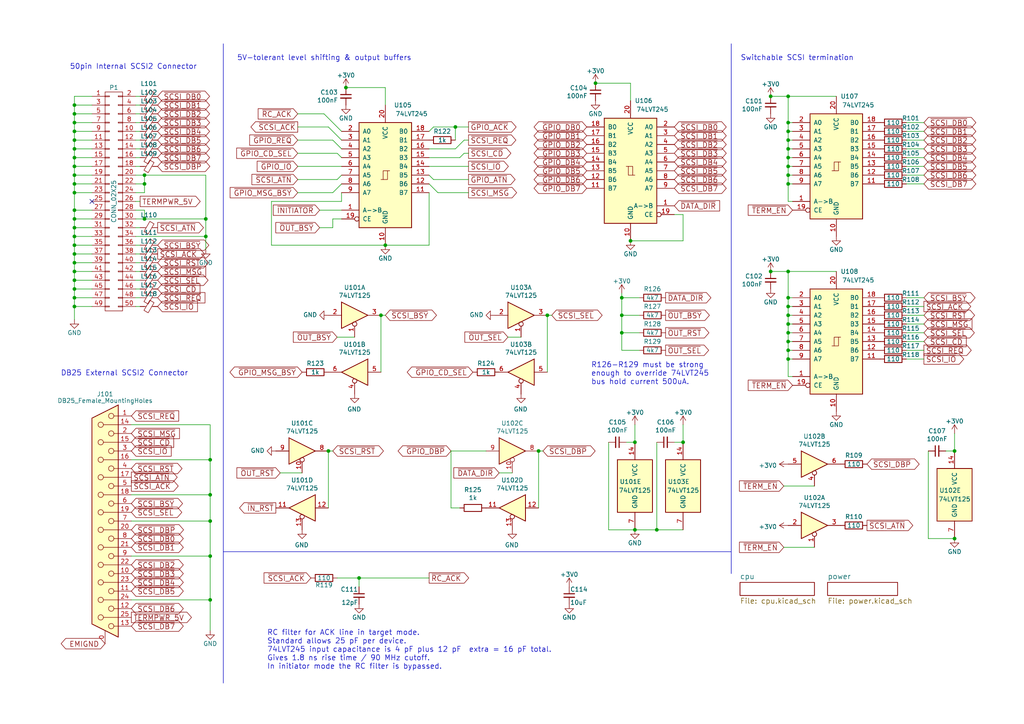
<source format=kicad_sch>
(kicad_sch (version 20230121) (generator eeschema)
  (paper "A4")
  (title_block (title "ZuluSCSI (TM) Pico OSHW") (date "2023-09-19") (rev "2023d") (company "(C) Rabbit Hole Computing ") (comment 1 "ZuluSCSI is a registered trademark of") (comment 2 "Descended from SCSI2SD"))
  (junction (at 228.6 48.26))
  (junction (at 21.59 43.18))
  (junction (at 21.59 30.48))
  (junction (at 228.6 99.06))
  (junction (at 41.91 63.5))
  (junction (at 60.96 161.29))
  (junction (at 158.75 91.44))
  (junction (at 198.12 128.27))
  (junction (at 59.69 63.5))
  (junction (at 21.59 76.2))
  (junction (at 21.59 68.58))
  (junction (at 21.59 40.64))
  (junction (at 21.59 53.34))
  (junction (at 228.6 91.44))
  (junction (at 60.96 143.51))
  (junction (at 190.5 153.67))
  (junction (at 228.6 45.72))
  (junction (at 172.72 24.13))
  (junction (at 228.6 88.9))
  (junction (at 184.15 153.67))
  (junction (at 156.21 130.81))
  (junction (at 228.6 101.6))
  (junction (at 21.59 63.5))
  (junction (at 21.59 55.88))
  (junction (at 21.59 71.12))
  (junction (at 228.6 43.18))
  (junction (at 228.6 40.64))
  (junction (at 228.6 96.52))
  (junction (at 180.34 91.44))
  (junction (at 21.59 83.82))
  (junction (at 21.59 73.66))
  (junction (at 228.6 93.98))
  (junction (at 180.34 96.52))
  (junction (at 60.96 133.35))
  (junction (at 21.59 38.1))
  (junction (at 21.59 45.72))
  (junction (at 21.59 66.04))
  (junction (at 276.86 156.21))
  (junction (at 132.08 36.83))
  (junction (at 228.6 38.1))
  (junction (at 182.88 69.85))
  (junction (at 21.59 33.02))
  (junction (at 184.15 128.27))
  (junction (at 228.6 35.56))
  (junction (at 228.6 78.74))
  (junction (at 60.96 173.99))
  (junction (at 21.59 81.28))
  (junction (at 276.86 130.81))
  (junction (at 228.6 104.14))
  (junction (at 21.59 35.56))
  (junction (at 110.49 91.44))
  (junction (at 228.6 53.34))
  (junction (at 60.96 151.13))
  (junction (at 100.33 25.4))
  (junction (at 104.14 167.64))
  (junction (at 228.6 50.8))
  (junction (at 111.76 71.12))
  (junction (at 95.25 130.81))
  (junction (at 180.34 86.36))
  (junction (at 21.59 50.8))
  (junction (at 228.6 27.94))
  (junction (at 223.52 27.94))
  (junction (at 21.59 86.36))
  (junction (at 21.59 60.96))
  (junction (at 59.69 68.58))
  (junction (at 41.91 50.8))
  (junction (at 21.59 48.26))
  (junction (at 228.6 86.36))
  (junction (at 21.59 78.74))
  (junction (at 223.52 78.74))
  (junction (at 41.91 53.34))
  (junction (at 21.59 88.9))
  (no_connect (at 26.67 58.42))
  (wire (pts (xy 21.59 45.72) (xy 21.59 48.26)))
  (wire (pts (xy 228.6 101.6) (xy 228.6 99.06)))
  (wire (pts (xy 190.5 153.67) (xy 198.12 153.67)))
  (wire (pts (xy 184.15 153.67) (xy 190.5 153.67)))
  (wire (pts (xy 228.6 99.06) (xy 228.6 96.52)))
  (wire (pts (xy 228.6 96.52) (xy 228.6 93.98)))
  (wire (pts (xy 262.89 53.34) (xy 267.97 53.34)))
  (wire (pts (xy 41.91 50.8) (xy 41.91 53.34)))
  (wire (pts (xy 229.87 93.98) (xy 228.6 93.98)))
  (wire (pts (xy 40.64 76.2) (xy 39.37 76.2)))
  (wire (pts (xy 229.87 50.8) (xy 228.6 50.8)))
  (wire (pts (xy 21.59 83.82) (xy 21.59 86.36)))
  (wire (pts (xy 21.59 76.2) (xy 21.59 78.74)))
  (wire (pts (xy 40.64 71.12) (xy 39.37 71.12)))
  (wire (pts (xy 110.49 91.44) (xy 110.49 107.95)))
  (wire (pts (xy 276.86 130.81) (xy 274.32 130.81)))
  (wire (pts (xy 269.24 130.81) (xy 269.24 156.21)))
  (wire (pts (xy 39.37 73.66) (xy 40.64 73.66)))
  (wire (pts (xy 228.6 88.9) (xy 228.6 86.36)))
  (wire (pts (xy 134.62 40.64) (xy 132.08 43.18)))
  (wire (pts (xy 262.89 91.44) (xy 267.97 91.44)))
  (wire (pts (xy 124.46 48.26) (xy 135.89 48.26)))
  (wire (pts (xy 228.6 27.94) (xy 242.57 27.94)))
  (wire (pts (xy 229.87 43.18) (xy 228.6 43.18)))
  (wire (pts (xy 60.96 143.51) (xy 60.96 151.13)))
  (wire (pts (xy 229.87 45.72) (xy 228.6 45.72)))
  (wire (pts (xy 26.67 86.36) (xy 21.59 86.36)))
  (wire (pts (xy 26.67 30.48) (xy 21.59 30.48)))
  (wire (pts (xy 38.1 123.19) (xy 60.96 123.19)))
  (wire (pts (xy 228.6 50.8) (xy 228.6 48.26)))
  (wire (pts (xy 78.74 58.42) (xy 78.74 71.12)))
  (wire (pts (xy 86.36 55.88) (xy 96.52 55.88)))
  (wire (pts (xy 60.96 161.29) (xy 60.96 173.99)))
  (wire (pts (xy 228.6 35.56) (xy 228.6 27.94)))
  (wire (pts (xy 92.71 60.96) (xy 99.06 60.96)))
  (wire (pts (xy 262.89 86.36) (xy 267.97 86.36)))
  (wire (pts (xy 26.67 66.04) (xy 21.59 66.04)))
  (wire (pts (xy 228.6 58.42) (xy 228.6 53.34)))
  (wire (pts (xy 228.6 86.36) (xy 228.6 78.74)))
  (wire (pts (xy 132.08 43.18) (xy 124.46 43.18)))
  (wire (pts (xy 26.67 83.82) (xy 21.59 83.82)))
  (wire (pts (xy 176.53 153.67) (xy 184.15 153.67)))
  (wire (pts (xy 229.87 101.6) (xy 228.6 101.6)))
  (wire (pts (xy 60.96 123.19) (xy 60.96 133.35)))
  (wire (pts (xy 229.87 91.44) (xy 228.6 91.44)))
  (wire (pts (xy 60.96 173.99) (xy 60.96 182.88)))
  (wire (pts (xy 26.67 88.9) (xy 21.59 88.9)))
  (wire (pts (xy 262.89 93.98) (xy 267.97 93.98)))
  (wire (pts (xy 262.89 101.6) (xy 267.97 101.6)))
  (wire (pts (xy 227.33 158.75) (xy 236.22 158.75)))
  (wire (pts (xy 26.67 76.2) (xy 21.59 76.2)))
  (wire (pts (xy 39.37 53.34) (xy 41.91 53.34)))
  (wire (pts (xy 38.1 143.51) (xy 60.96 143.51)))
  (wire (pts (xy 182.88 24.13) (xy 182.88 29.21)))
  (wire (pts (xy 262.89 35.56) (xy 267.97 35.56)))
  (wire (pts (xy 39.37 66.04) (xy 40.64 66.04)))
  (wire (pts (xy 39.37 78.74) (xy 40.64 78.74)))
  (wire (pts (xy 104.14 170.18) (xy 104.14 167.64)))
  (wire (pts (xy 229.87 58.42) (xy 228.6 58.42)))
  (wire (pts (xy 229.87 99.06) (xy 228.6 99.06)))
  (wire (pts (xy 180.34 101.6) (xy 180.34 96.52)))
  (wire (pts (xy 228.6 93.98) (xy 228.6 91.44)))
  (wire (pts (xy 21.59 35.56) (xy 21.59 38.1)))
  (wire (pts (xy 99.06 55.88) (xy 99.06 58.42)))
  (wire (pts (xy 26.67 71.12) (xy 21.59 71.12)))
  (wire (pts (xy 262.89 48.26) (xy 267.97 48.26)))
  (wire (pts (xy 227.33 140.97) (xy 236.22 140.97)))
  (wire (pts (xy 228.6 45.72) (xy 228.6 43.18)))
  (wire (pts (xy 262.89 38.1) (xy 267.97 38.1)))
  (wire (pts (xy 26.67 63.5) (xy 21.59 63.5)))
  (wire (pts (xy 97.79 44.45) (xy 99.06 45.72)))
  (wire (pts (xy 95.25 36.83) (xy 99.06 40.64)))
  (wire (pts (xy 228.6 40.64) (xy 228.6 38.1)))
  (wire (pts (xy 26.67 48.26) (xy 21.59 48.26)))
  (wire (pts (xy 229.87 53.34) (xy 228.6 53.34)))
  (wire (pts (xy 21.59 81.28) (xy 21.59 83.82)))
  (wire (pts (xy 21.59 78.74) (xy 21.59 81.28)))
  (wire (pts (xy 39.37 30.48) (xy 40.64 30.48)))
  (wire (pts (xy 198.12 69.85) (xy 182.88 69.85)))
  (wire (pts (xy 39.37 45.72) (xy 40.64 45.72)))
  (wire (pts (xy 262.89 99.06) (xy 267.97 99.06)))
  (wire (pts (xy 262.89 88.9) (xy 267.97 88.9)))
  (wire (pts (xy 41.91 53.34) (xy 41.91 55.88)))
  (wire (pts (xy 262.89 40.64) (xy 267.97 40.64)))
  (wire (pts (xy 41.91 63.5) (xy 59.69 63.5)))
  (wire (pts (xy 39.37 63.5) (xy 41.91 63.5)))
  (wire (pts (xy 228.6 109.22) (xy 228.6 104.14)))
  (wire (pts (xy 21.59 50.8) (xy 21.59 53.34)))
  (wire (pts (xy 41.91 50.8) (xy 59.69 50.8)))
  (wire (pts (xy 132.08 36.83) (xy 125.73 36.83)))
  (wire (pts (xy 99.06 38.1) (xy 93.98 33.02)))
  (wire (pts (xy 95.25 130.81) (xy 95.25 147.32)))
  (wire (pts (xy 144.78 107.95) (xy 143.51 107.95)))
  (wire (pts (xy 39.37 60.96) (xy 41.91 60.96)))
  (wire (pts (xy 198.12 62.23) (xy 198.12 69.85)))
  (polyline (pts (xy 64.77 198.12) (xy 64.77 12.7)))
  (wire (pts (xy 111.76 71.12) (xy 124.46 71.12)))
  (wire (pts (xy 158.75 91.44) (xy 158.75 107.95)))
  (wire (pts (xy 39.37 40.64) (xy 40.64 40.64)))
  (wire (pts (xy 198.12 128.27) (xy 195.58 128.27)))
  (wire (pts (xy 60.96 151.13) (xy 60.96 161.29)))
  (wire (pts (xy 134.62 44.45) (xy 135.89 44.45)))
  (wire (pts (xy 229.87 109.22) (xy 228.6 109.22)))
  (wire (pts (xy 39.37 68.58) (xy 59.69 68.58)))
  (wire (pts (xy 262.89 45.72) (xy 267.97 45.72)))
  (wire (pts (xy 39.37 88.9) (xy 40.64 88.9)))
  (wire (pts (xy 104.14 167.64) (xy 97.79 167.64)))
  (wire (pts (xy 21.59 48.26) (xy 21.59 50.8)))
  (wire (pts (xy 21.59 73.66) (xy 21.59 76.2)))
  (wire (pts (xy 185.42 86.36) (xy 180.34 86.36)))
  (wire (pts (xy 160.02 91.44) (xy 158.75 91.44)))
  (wire (pts (xy 262.89 104.14) (xy 267.97 104.14)))
  (wire (pts (xy 97.79 52.07) (xy 99.06 50.8)))
  (wire (pts (xy 21.59 40.64) (xy 21.59 43.18)))
  (wire (pts (xy 130.81 130.81) (xy 140.97 130.81)))
  (wire (pts (xy 180.34 91.44) (xy 180.34 86.36)))
  (wire (pts (xy 111.76 25.4) (xy 111.76 30.48)))
  (wire (pts (xy 26.67 60.96) (xy 21.59 60.96)))
  (wire (pts (xy 181.61 128.27) (xy 184.15 128.27)))
  (wire (pts (xy 96.52 130.81) (xy 95.25 130.81)))
  (wire (pts (xy 86.36 48.26) (xy 99.06 48.26)))
  (wire (pts (xy 40.64 33.02) (xy 39.37 33.02)))
  (wire (pts (xy 21.59 68.58) (xy 21.59 71.12)))
  (wire (pts (xy 21.59 71.12) (xy 21.59 73.66)))
  (wire (pts (xy 60.96 133.35) (xy 60.96 143.51)))
  (wire (pts (xy 26.67 53.34) (xy 21.59 53.34)))
  (wire (pts (xy 100.33 25.4) (xy 111.76 25.4)))
  (wire (pts (xy 228.6 53.34) (xy 228.6 50.8)))
  (wire (pts (xy 195.58 62.23) (xy 198.12 62.23)))
  (wire (pts (xy 39.37 35.56) (xy 40.64 35.56)))
  (wire (pts (xy 229.87 38.1) (xy 228.6 38.1)))
  (wire (pts (xy 39.37 27.94) (xy 40.64 27.94)))
  (wire (pts (xy 229.87 40.64) (xy 228.6 40.64)))
  (wire (pts (xy 104.14 167.64) (xy 124.46 167.64)))
  (wire (pts (xy 41.91 55.88) (xy 39.37 55.88)))
  (wire (pts (xy 185.42 101.6) (xy 180.34 101.6)))
  (wire (pts (xy 262.89 43.18) (xy 267.97 43.18)))
  (wire (pts (xy 185.42 96.52) (xy 180.34 96.52)))
  (wire (pts (xy 157.48 130.81) (xy 156.21 130.81)))
  (wire (pts (xy 26.67 50.8) (xy 21.59 50.8)))
  (wire (pts (xy 124.46 45.72) (xy 133.35 45.72)))
  (wire (pts (xy 21.59 43.18) (xy 21.59 45.72)))
  (wire (pts (xy 190.5 128.27) (xy 190.5 153.67)))
  (wire (pts (xy 59.69 68.58) (xy 59.69 72.39)))
  (wire (pts (xy 26.67 33.02) (xy 21.59 33.02)))
  (wire (pts (xy 21.59 27.94) (xy 21.59 30.48)))
  (wire (pts (xy 111.76 91.44) (xy 110.49 91.44)))
  (wire (pts (xy 135.89 40.64) (xy 134.62 40.64)))
  (wire (pts (xy 86.36 36.83) (xy 95.25 36.83)))
  (wire (pts (xy 26.67 40.64) (xy 21.59 40.64)))
  (wire (pts (xy 26.67 45.72) (xy 21.59 45.72)))
  (wire (pts (xy 228.6 43.18) (xy 228.6 40.64)))
  (wire (pts (xy 97.79 97.79) (xy 102.87 97.79)))
  (wire (pts (xy 124.46 71.12) (xy 124.46 55.88)))
  (wire (pts (xy 86.36 44.45) (xy 97.79 44.45)))
  (wire (pts (xy 172.72 24.13) (xy 182.88 24.13)))
  (wire (pts (xy 269.24 156.21) (xy 276.86 156.21)))
  (wire (pts (xy 40.64 43.18) (xy 39.37 43.18)))
  (wire (pts (xy 132.08 36.83) (xy 135.89 36.83)))
  (wire (pts (xy 228.6 78.74) (xy 242.57 78.74)))
  (wire (pts (xy 96.52 40.64) (xy 86.36 40.64)))
  (wire (pts (xy 130.81 147.32) (xy 130.81 130.81)))
  (polyline (pts (xy 212.09 12.7) (xy 212.09 166.37)))
  (wire (pts (xy 21.59 63.5) (xy 21.59 66.04)))
  (wire (pts (xy 176.53 128.27) (xy 176.53 153.67)))
  (wire (pts (xy 228.6 104.14) (xy 228.6 101.6)))
  (wire (pts (xy 40.64 81.28) (xy 39.37 81.28)))
  (wire (pts (xy 41.91 60.96) (xy 41.91 63.5)))
  (wire (pts (xy 21.59 55.88) (xy 21.59 60.96)))
  (wire (pts (xy 26.67 73.66) (xy 21.59 73.66)))
  (wire (pts (xy 156.21 130.81) (xy 156.21 147.32)))
  (wire (pts (xy 133.35 45.72) (xy 134.62 44.45)))
  (wire (pts (xy 229.87 86.36) (xy 228.6 86.36)))
  (wire (pts (xy 26.67 68.58) (xy 21.59 68.58)))
  (wire (pts (xy 125.73 52.07) (xy 135.89 52.07)))
  (wire (pts (xy 229.87 96.52) (xy 228.6 96.52)))
  (polyline (pts (xy 64.77 160.02) (xy 212.09 160.02)))
  (wire (pts (xy 184.15 128.27) (xy 184.15 123.19)))
  (wire (pts (xy 96.52 63.5) (xy 99.06 63.5)))
  (wire (pts (xy 38.1 161.29) (xy 60.96 161.29)))
  (wire (pts (xy 39.37 50.8) (xy 41.91 50.8)))
  (wire (pts (xy 127 55.88) (xy 135.89 55.88)))
  (wire (pts (xy 228.6 91.44) (xy 228.6 88.9)))
  (wire (pts (xy 21.59 86.36) (xy 21.59 88.9)))
  (wire (pts (xy 21.59 38.1) (xy 21.59 40.64)))
  (wire (pts (xy 228.6 48.26) (xy 228.6 45.72)))
  (wire (pts (xy 21.59 60.96) (xy 21.59 63.5)))
  (wire (pts (xy 180.34 86.36) (xy 180.34 85.09)))
  (wire (pts (xy 26.67 38.1) (xy 21.59 38.1)))
  (wire (pts (xy 59.69 50.8) (xy 59.69 63.5)))
  (wire (pts (xy 26.67 81.28) (xy 21.59 81.28)))
  (wire (pts (xy 96.52 55.88) (xy 99.06 53.34)))
  (wire (pts (xy 229.87 104.14) (xy 228.6 104.14)))
  (wire (pts (xy 26.67 55.88) (xy 21.59 55.88)))
  (wire (pts (xy 40.64 38.1) (xy 39.37 38.1)))
  (wire (pts (xy 21.59 27.94) (xy 26.67 27.94)))
  (wire (pts (xy 185.42 91.44) (xy 180.34 91.44)))
  (wire (pts (xy 26.67 78.74) (xy 21.59 78.74)))
  (wire (pts (xy 276.86 125.73) (xy 276.86 130.81)))
  (wire (pts (xy 228.6 38.1) (xy 228.6 35.56)))
  (wire (pts (xy 132.08 40.64) (xy 132.08 36.83)))
  (wire (pts (xy 38.1 173.99) (xy 60.96 173.99)))
  (wire (pts (xy 229.87 48.26) (xy 228.6 48.26)))
  (wire (pts (xy 21.59 53.34) (xy 21.59 55.88)))
  (wire (pts (xy 40.64 48.26) (xy 39.37 48.26)))
  (wire (pts (xy 125.73 36.83) (xy 124.46 38.1)))
  (wire (pts (xy 180.34 96.52) (xy 180.34 91.44)))
  (wire (pts (xy 93.98 33.02) (xy 86.36 33.02)))
  (wire (pts (xy 130.81 147.32) (xy 133.35 147.32)))
  (wire (pts (xy 92.71 66.04) (xy 96.52 66.04)))
  (wire (pts (xy 229.87 35.56) (xy 228.6 35.56)))
  (wire (pts (xy 78.74 71.12) (xy 111.76 71.12)))
  (wire (pts (xy 99.06 58.42) (xy 78.74 58.42)))
  (wire (pts (xy 262.89 96.52) (xy 267.97 96.52)))
  (wire (pts (xy 144.78 137.16) (xy 148.59 137.16)))
  (wire (pts (xy 96.52 66.04) (xy 96.52 63.5)))
  (wire (pts (xy 21.59 33.02) (xy 21.59 35.56)))
  (wire (pts (xy 26.67 35.56) (xy 21.59 35.56)))
  (wire (pts (xy 99.06 43.18) (xy 96.52 40.64)))
  (wire (pts (xy 147.32 97.79) (xy 151.13 97.79)))
  (wire (pts (xy 198.12 123.19) (xy 198.12 128.27)))
  (wire (pts (xy 39.37 58.42) (xy 40.64 58.42)))
  (wire (pts (xy 21.59 30.48) (xy 21.59 33.02)))
  (wire (pts (xy 26.67 43.18) (xy 21.59 43.18)))
  (wire (pts (xy 38.1 133.35) (xy 60.96 133.35)))
  (wire (pts (xy 40.64 86.36) (xy 39.37 86.36)))
  (wire (pts (xy 223.52 27.94) (xy 228.6 27.94)))
  (wire (pts (xy 21.59 66.04) (xy 21.59 68.58)))
  (wire (pts (xy 39.37 83.82) (xy 40.64 83.82)))
  (wire (pts (xy 81.28 137.16) (xy 87.63 137.16)))
  (wire (pts (xy 21.59 88.9) (xy 21.59 92.71)))
  (wire (pts (xy 86.36 52.07) (xy 97.79 52.07)))
  (wire (pts (xy 262.89 50.8) (xy 267.97 50.8)))
  (wire (pts (xy 59.69 63.5) (xy 59.69 68.58)))
  (wire (pts (xy 38.1 151.13) (xy 60.96 151.13)))
  (wire (pts (xy 223.52 78.74) (xy 228.6 78.74)))
  (wire (pts (xy 125.73 52.07) (xy 124.46 50.8)))
  (wire (pts (xy 127 55.88) (xy 124.46 53.34)))
  (wire (pts (xy 229.87 88.9) (xy 228.6 88.9)))
  (text "Switchable SCSI termination" (at 247.65 17.78 0) (effects (font (size 1.524 1.524)) (justify right bottom)))
  (text "R126-R129 must be strong\nenough to override 74LVT245\nbus hold current 500uA." (at 171.45 111.76 0) (effects (font (size 1.524 1.524)) (justify left bottom)))
  (text "5V-tolerant level shifting & output buffers" (at 119.38 17.78 0) (effects (font (size 1.524 1.524)) (justify right bottom)))
  (text "50pin Internal SCSI2 Connector" (at 57.15 20.32 0) (effects (font (size 1.524 1.524)) (justify right bottom)))
  (text "DB25 External SCSI2 Connector" (at 54.61 109.22 0) (effects (font (size 1.524 1.524)) (justify right bottom)))
  (text "RC filter for ACK line in target mode.\nStandard allows 25 pF per device.\n74LVT245 input capacitance is 4 pF plus 12 pF  extra = 16 pF total.\nGives 1.8 ns rise time / 90 MHz cutoff.\nIn initiator mode the RC filter is bypassed." (at 77.47 194.31 0) (effects (font (size 1.524 1.524)) (justify left bottom)))
  (global_label "~{SCSI_CD}" (shape input) (at 45.72 83.82 0) (effects (font (size 1.524 1.524))) (property "Intersheetrefs" "${INTERSHEET_REFS}" (effects hide)))
  (global_label "~{OUT_BSY}" (shape input) (at 97.79 97.79 180) (effects (font (size 1.524 1.524))) (property "Intersheetrefs" "${INTERSHEET_REFS}" (effects hide)))
  (global_label "~{OUT_SEL}" (shape output) (at 193.04 101.6 0) (effects (font (size 1.524 1.524))) (property "Intersheetrefs" "${INTERSHEET_REFS}" (effects hide)))
  (global_label "TERMPWR_5V" (shape output) (at 38.1 179.07 0) (effects (font (size 1.524 1.524))) (property "Intersheetrefs" "${INTERSHEET_REFS}" (effects hide)))
  (global_label "EMIGND" (shape bidirectional) (at 30.48 186.69 180) (effects (font (size 1.524 1.524))) (property "Intersheetrefs" "${INTERSHEET_REFS}" (effects hide)))
  (global_label "~{SCSI_BSY}" (shape bidirectional) (at 267.97 86.36 0) (effects (font (size 1.524 1.524))) (property "Intersheetrefs" "${INTERSHEET_REFS}" (effects hide)))
  (global_label "~{SCSI_DB5}" (shape bidirectional) (at 267.97 48.26 0) (effects (font (size 1.524 1.524))) (property "Intersheetrefs" "${INTERSHEET_REFS}" (effects hide)))
  (global_label "~{SCSI_DB7}" (shape bidirectional) (at 38.1 181.61 0) (effects (font (size 1.524 1.524))) (property "Intersheetrefs" "${INTERSHEET_REFS}" (effects hide)))
  (global_label "~{SCSI_DB1}" (shape bidirectional) (at 195.58 39.37 0) (effects (font (size 1.524 1.524))) (property "Intersheetrefs" "${INTERSHEET_REFS}" (effects hide)))
  (global_label "~{SCSI_DBP}" (shape bidirectional) (at 251.46 134.62 0) (effects (font (size 1.524 1.524))) (property "Intersheetrefs" "${INTERSHEET_REFS}" (effects hide)))
  (global_label "~{SCSI_SEL}" (shape bidirectional) (at 45.72 81.28 0) (effects (font (size 1.524 1.524))) (property "Intersheetrefs" "${INTERSHEET_REFS}" (effects hide)))
  (global_label "~{SCSI_IO}" (shape output) (at 135.89 48.26 0) (effects (font (size 1.524 1.524))) (property "Intersheetrefs" "${INTERSHEET_REFS}" (effects hide)))
  (global_label "~{SCSI_DB7}" (shape bidirectional) (at 45.72 45.72 0) (effects (font (size 1.524 1.524))) (property "Intersheetrefs" "${INTERSHEET_REFS}" (effects hide)))
  (global_label "~{SCSI_CD}" (shape input) (at 38.1 128.27 0) (effects (font (size 1.524 1.524))) (property "Intersheetrefs" "${INTERSHEET_REFS}" (effects hide)))
  (global_label "~{SCSI_ATN}" (shape output) (at 251.46 152.4 0) (effects (font (size 1.524 1.524))) (property "Intersheetrefs" "${INTERSHEET_REFS}" (effects hide)))
  (global_label "~{SCSI_IO}" (shape input) (at 45.72 88.9 0) (effects (font (size 1.524 1.524))) (property "Intersheetrefs" "${INTERSHEET_REFS}" (effects hide)))
  (global_label "~{SCSI_MSG}" (shape input) (at 38.1 125.73 0) (effects (font (size 1.524 1.524))) (property "Intersheetrefs" "${INTERSHEET_REFS}" (effects hide)))
  (global_label "~{GPIO_DB4}" (shape bidirectional) (at 170.18 46.99 180) (effects (font (size 1.524 1.524))) (property "Intersheetrefs" "${INTERSHEET_REFS}" (effects hide)))
  (global_label "~{DATA_DIR}" (shape input) (at 144.78 137.16 180) (effects (font (size 1.524 1.524))) (property "Intersheetrefs" "${INTERSHEET_REFS}" (effects hide)))
  (global_label "~{SCSI_DB6}" (shape bidirectional) (at 45.72 43.18 0) (effects (font (size 1.524 1.524))) (property "Intersheetrefs" "${INTERSHEET_REFS}" (effects hide)))
  (global_label "~{TERM_EN}" (shape input) (at 229.87 60.96 180) (effects (font (size 1.524 1.524))) (property "Intersheetrefs" "${INTERSHEET_REFS}" (effects hide)))
  (global_label "~{SCSI_REQ}" (shape output) (at 135.89 40.64 0) (effects (font (size 1.524 1.524))) (property "Intersheetrefs" "${INTERSHEET_REFS}" (effects hide)))
  (global_label "~{TERM_EN}" (shape input) (at 227.33 158.75 180) (effects (font (size 1.524 1.524))) (property "Intersheetrefs" "${INTERSHEET_REFS}" (effects hide)))
  (global_label "~{DATA_DIR}" (shape output) (at 193.04 86.36 0) (effects (font (size 1.524 1.524))) (property "Intersheetrefs" "${INTERSHEET_REFS}" (effects hide)))
  (global_label "~{GPIO_ACK}" (shape output) (at 135.89 36.83 0) (effects (font (size 1.524 1.524))) (property "Intersheetrefs" "${INTERSHEET_REFS}" (effects hide)))
  (global_label "~{INITIATOR}" (shape input) (at 92.71 60.96 180) (effects (font (size 1.524 1.524))) (property "Intersheetrefs" "${INTERSHEET_REFS}" (effects hide)))
  (global_label "~{SCSI_DB0}" (shape bidirectional) (at 195.58 36.83 0) (effects (font (size 1.524 1.524))) (property "Intersheetrefs" "${INTERSHEET_REFS}" (effects hide)))
  (global_label "~{SCSI_DBP}" (shape bidirectional) (at 157.48 130.81 0) (effects (font (size 1.524 1.524))) (property "Intersheetrefs" "${INTERSHEET_REFS}" (effects hide)))
  (global_label "~{SCSI_ACK}" (shape output) (at 267.97 88.9 0) (effects (font (size 1.524 1.524))) (property "Intersheetrefs" "${INTERSHEET_REFS}" (effects hide)))
  (global_label "~{SCSI_DB6}" (shape bidirectional) (at 195.58 52.07 0) (effects (font (size 1.524 1.524))) (property "Intersheetrefs" "${INTERSHEET_REFS}" (effects hide)))
  (global_label "~{OUT_BSY}" (shape output) (at 193.04 91.44 0) (effects (font (size 1.524 1.524))) (property "Intersheetrefs" "${INTERSHEET_REFS}" (effects hide)))
  (global_label "~{SCSI_RST}" (shape bidirectional) (at 45.72 76.2 0) (effects (font (size 1.524 1.524))) (property "Intersheetrefs" "${INTERSHEET_REFS}" (effects hide)))
  (global_label "~{OUT_SEL}" (shape input) (at 147.32 97.79 180) (effects (font (size 1.524 1.524))) (property "Intersheetrefs" "${INTERSHEET_REFS}" (effects hide)))
  (global_label "~{SCSI_DB3}" (shape bidirectional) (at 267.97 43.18 0) (effects (font (size 1.524 1.524))) (property "Intersheetrefs" "${INTERSHEET_REFS}" (effects hide)))
  (global_label "~{SCSI_DB4}" (shape bidirectional) (at 45.72 38.1 0) (effects (font (size 1.524 1.524))) (property "Intersheetrefs" "${INTERSHEET_REFS}" (effects hide)))
  (global_label "~{GPIO_DB7}" (shape bidirectional) (at 170.18 54.61 180) (effects (font (size 1.524 1.524))) (property "Intersheetrefs" "${INTERSHEET_REFS}" (effects hide)))
  (global_label "~{SCSI_DB6}" (shape bidirectional) (at 38.1 176.53 0) (effects (font (size 1.524 1.524))) (property "Intersheetrefs" "${INTERSHEET_REFS}" (effects hide)))
  (global_label "~{SCSI_RST}" (shape bidirectional) (at 96.52 130.81 0) (effects (font (size 1.524 1.524))) (property "Intersheetrefs" "${INTERSHEET_REFS}" (effects hide)))
  (global_label "~{SCSI_ATN}" (shape output) (at 45.72 66.04 0) (effects (font (size 1.524 1.524))) (property "Intersheetrefs" "${INTERSHEET_REFS}" (effects hide)))
  (global_label "~{SCSI_DB2}" (shape bidirectional) (at 45.72 33.02 0) (effects (font (size 1.524 1.524))) (property "Intersheetrefs" "${INTERSHEET_REFS}" (effects hide)))
  (global_label "~{GPIO_IO}" (shape input) (at 86.36 48.26 180) (effects (font (size 1.524 1.524))) (property "Intersheetrefs" "${INTERSHEET_REFS}" (effects hide)))
  (global_label "~{SCSI_BSY}" (shape bidirectional) (at 38.1 146.05 0) (effects (font (size 1.524 1.524))) (property "Intersheetrefs" "${INTERSHEET_REFS}" (effects hide)))
  (global_label "~{GPIO_DB5}" (shape bidirectional) (at 170.18 49.53 180) (effects (font (size 1.524 1.524))) (property "Intersheetrefs" "${INTERSHEET_REFS}" (effects hide)))
  (global_label "~{SCSI_SEL}" (shape bidirectional) (at 267.97 96.52 0) (effects (font (size 1.524 1.524))) (property "Intersheetrefs" "${INTERSHEET_REFS}" (effects hide)))
  (global_label "~{DATA_DIR}" (shape input) (at 195.58 59.69 0) (effects (font (size 1.524 1.524))) (property "Intersheetrefs" "${INTERSHEET_REFS}" (effects hide)))
  (global_label "~{SCSI_REQ}" (shape input) (at 38.1 120.65 0) (effects (font (size 1.524 1.524))) (property "Intersheetrefs" "${INTERSHEET_REFS}" (effects hide)))
  (global_label "~{SCSI_DB0}" (shape bidirectional) (at 38.1 156.21 0) (effects (font (size 1.524 1.524))) (property "Intersheetrefs" "${INTERSHEET_REFS}" (effects hide)))
  (global_label "~{SCSI_BSY}" (shape bidirectional) (at 45.72 71.12 0) (effects (font (size 1.524 1.524))) (property "Intersheetrefs" "${INTERSHEET_REFS}" (effects hide)))
  (global_label "~{TERM_EN}" (shape input) (at 229.87 111.76 180) (effects (font (size 1.524 1.524))) (property "Intersheetrefs" "${INTERSHEET_REFS}" (effects hide)))
  (global_label "~{SCSI_ATN}" (shape output) (at 38.1 138.43 0) (effects (font (size 1.524 1.524))) (property "Intersheetrefs" "${INTERSHEET_REFS}" (effects hide)))
  (global_label "~{SCSI_ACK}" (shape output) (at 86.36 36.83 180) (effects (font (size 1.524 1.524))) (property "Intersheetrefs" "${INTERSHEET_REFS}" (effects hide)))
  (global_label "~{SCSI_DB2}" (shape bidirectional) (at 38.1 163.83 0) (effects (font (size 1.524 1.524))) (property "Intersheetrefs" "${INTERSHEET_REFS}" (effects hide)))
  (global_label "~{GPIO_DB2}" (shape bidirectional) (at 170.18 41.91 180) (effects (font (size 1.524 1.524))) (property "Intersheetrefs" "${INTERSHEET_REFS}" (effects hide)))
  (global_label "~{SCSI_DB2}" (shape bidirectional) (at 195.58 41.91 0) (effects (font (size 1.524 1.524))) (property "Intersheetrefs" "${INTERSHEET_REFS}" (effects hide)))
  (global_label "~{SCSI_DB5}" (shape bidirectional) (at 195.58 49.53 0) (effects (font (size 1.524 1.524))) (property "Intersheetrefs" "${INTERSHEET_REFS}" (effects hide)))
  (global_label "TERMPWR_5V" (shape output) (at 40.64 58.42 0) (effects (font (size 1.524 1.524))) (property "Intersheetrefs" "${INTERSHEET_REFS}" (effects hide)))
  (global_label "~{TERM_EN}" (shape input) (at 227.33 140.97 180) (effects (font (size 1.524 1.524))) (property "Intersheetrefs" "${INTERSHEET_REFS}" (effects hide)))
  (global_label "~{SCSI_DB0}" (shape bidirectional) (at 267.97 35.56 0) (effects (font (size 1.524 1.524))) (property "Intersheetrefs" "${INTERSHEET_REFS}" (effects hide)))
  (global_label "~{RC_ACK}" (shape input) (at 86.36 33.02 180) (effects (font (size 1.524 1.524))) (property "Intersheetrefs" "${INTERSHEET_REFS}" (effects hide)))
  (global_label "~{SCSI_REQ}" (shape input) (at 45.72 86.36 0) (effects (font (size 1.524 1.524))) (property "Intersheetrefs" "${INTERSHEET_REFS}" (effects hide)))
  (global_label "~{SCSI_DB1}" (shape bidirectional) (at 45.72 30.48 0) (effects (font (size 1.524 1.524))) (property "Intersheetrefs" "${INTERSHEET_REFS}" (effects hide)))
  (global_label "~{RC_ACK}" (shape output) (at 124.46 167.64 0) (effects (font (size 1.524 1.524))) (property "Intersheetrefs" "${INTERSHEET_REFS}" (effects hide)))
  (global_label "~{SCSI_DB0}" (shape bidirectional) (at 45.72 27.94 0) (effects (font (size 1.524 1.524))) (property "Intersheetrefs" "${INTERSHEET_REFS}" (effects hide)))
  (global_label "~{SCSI_CD}" (shape output) (at 135.89 44.45 0) (effects (font (size 1.524 1.524))) (property "Intersheetrefs" "${INTERSHEET_REFS}" (effects hide)))
  (global_label "~{SCSI_BSY}" (shape bidirectional) (at 111.76 91.44 0) (effects (font (size 1.524 1.524))) (property "Intersheetrefs" "${INTERSHEET_REFS}" (effects hide)))
  (global_label "~{SCSI_DB7}" (shape bidirectional) (at 195.58 54.61 0) (effects (font (size 1.524 1.524))) (property "Intersheetrefs" "${INTERSHEET_REFS}" (effects hide)))
  (global_label "~{SCSI_SEL}" (shape bidirectional) (at 38.1 148.59 0) (effects (font (size 1.524 1.524))) (property "Intersheetrefs" "${INTERSHEET_REFS}" (effects hide)))
  (global_label "~{IN_RST}" (shape output) (at 80.01 147.32 180) (effects (font (size 1.524 1.524))) (property "Intersheetrefs" "${INTERSHEET_REFS}" (effects hide)))
  (global_label "~{SCSI_DB4}" (shape bidirectional) (at 38.1 168.91 0) (effects (font (size 1.524 1.524))) (property "Intersheetrefs" "${INTERSHEET_REFS}" (effects hide)))
  (global_label "~{SCSI_DBP}" (shape bidirectional) (at 38.1 153.67 0) (effects (font (size 1.524 1.524))) (property "Intersheetrefs" "${INTERSHEET_REFS}" (effects hide)))
  (global_label "~{GPIO_MSG_BSY}" (shape input) (at 86.36 55.88 180) (effects (font (size 1.524 1.524))) (property "Intersheetrefs" "${INTERSHEET_REFS}" (effects hide)))
  (global_label "~{SCSI_MSG}" (shape input) (at 45.72 78.74 0) (effects (font (size 1.524 1.524))) (property "Intersheetrefs" "${INTERSHEET_REFS}" (effects hide)))
  (global_label "~{GPIO_DBP}" (shape bidirectional) (at 130.81 130.81 180) (effects (font (size 1.524 1.524))) (property "Intersheetrefs" "${INTERSHEET_REFS}" (effects hide)))
  (global_label "~{GPIO_DB0}" (shape bidirectional) (at 170.18 36.83 180) (effects (font (size 1.524 1.524))) (property "Intersheetrefs" "${INTERSHEET_REFS}" (effects hide)))
  (global_label "~{GPIO_ATN}" (shape output) (at 135.89 52.07 0) (effects (font (size 1.524 1.524))) (property "Intersheetrefs" "${INTERSHEET_REFS}" (effects hide)))
  (global_label "~{SCSI_ATN}" (shape input) (at 86.36 52.07 180) (effects (font (size 1.524 1.524))) (property "Intersheetrefs" "${INTERSHEET_REFS}" (effects hide)))
  (global_label "~{SCSI_RST}" (shape bidirectional) (at 267.97 91.44 0) (effects (font (size 1.524 1.524))) (property "Intersheetrefs" "${INTERSHEET_REFS}" (effects hide)))
  (global_label "~{SCSI_DB5}" (shape bidirectional) (at 45.72 40.64 0) (effects (font (size 1.524 1.524))) (property "Intersheetrefs" "${INTERSHEET_REFS}" (effects hide)))
  (global_label "~{SCSI_DB1}" (shape bidirectional) (at 38.1 158.75 0) (effects (font (size 1.524 1.524))) (property "Intersheetrefs" "${INTERSHEET_REFS}" (effects hide)))
  (global_label "~{GPIO_MSG_BSY}" (shape bidirectional) (at 87.63 107.95 180) (effects (font (size 1.524 1.524))) (property "Intersheetrefs" "${INTERSHEET_REFS}" (effects hide)))
  (global_label "~{SCSI_MSG}" (shape input) (at 267.97 93.98 0) (effects (font (size 1.524 1.524))) (property "Intersheetrefs" "${INTERSHEET_REFS}" (effects hide)))
  (global_label "~{SCSI_DBP}" (shape bidirectional) (at 45.72 48.26 0) (effects (font (size 1.524 1.524))) (property "Intersheetrefs" "${INTERSHEET_REFS}" (effects hide)))
  (global_label "~{SCSI_IO}" (shape output) (at 267.97 104.14 0) (effects (font (size 1.524 1.524))) (property "Intersheetrefs" "${INTERSHEET_REFS}" (effects hide)))
  (global_label "~{SCSI_ACK}" (shape output) (at 38.1 140.97 0) (effects (font (size 1.524 1.524))) (property "Intersheetrefs" "${INTERSHEET_REFS}" (effects hide)))
  (global_label "~{OUT_BSY}" (shape input) (at 92.71 66.04 180) (effects (font (size 1.524 1.524))) (property "Intersheetrefs" "${INTERSHEET_REFS}" (effects hide)))
  (global_label "~{SCSI_DB3}" (shape bidirectional) (at 45.72 35.56 0) (effects (font (size 1.524 1.524))) (property "Intersheetrefs" "${INTERSHEET_REFS}" (effects hide)))
  (global_label "~{GPIO_DB3}" (shape bidirectional) (at 170.18 44.45 180) (effects (font (size 1.524 1.524))) (property "Intersheetrefs" "${INTERSHEET_REFS}" (effects hide)))
  (global_label "~{SCSI_ACK}" (shape output) (at 45.72 73.66 0) (effects (font (size 1.524 1.524))) (property "Intersheetrefs" "${INTERSHEET_REFS}" (effects hide)))
  (global_label "~{SCSI_DB7}" (shape bidirectional) (at 267.97 53.34 0) (effects (font (size 1.524 1.524))) (property "Intersheetrefs" "${INTERSHEET_REFS}" (effects hide)))
  (global_label "~{SCSI_DB4}" (shape bidirectional) (at 267.97 45.72 0) (effects (font (size 1.524 1.524))) (property "Intersheetrefs" "${INTERSHEET_REFS}" (effects hide)))
  (global_label "~{SCSI_DB5}" (shape bidirectional) (at 38.1 171.45 0) (effects (font (size 1.524 1.524))) (property "Intersheetrefs" "${INTERSHEET_REFS}" (effects hide)))
  (global_label "~{SCSI_DB4}" (shape bidirectional) (at 195.58 46.99 0) (effects (font (size 1.524 1.524))) (property "Intersheetrefs" "${INTERSHEET_REFS}" (effects hide)))
  (global_label "~{GPIO_CD_SEL}" (shape bidirectional) (at 137.16 107.95 180) (effects (font (size 1.524 1.524))) (property "Intersheetrefs" "${INTERSHEET_REFS}" (effects hide)))
  (global_label "~{SCSI_DB6}" (shape bidirectional) (at 267.97 50.8 0) (effects (font (size 1.524 1.524))) (property "Intersheetrefs" "${INTERSHEET_REFS}" (effects hide)))
  (global_label "~{SCSI_RST}" (shape bidirectional) (at 38.1 135.89 0) (effects (font (size 1.524 1.524))) (property "Intersheetrefs" "${INTERSHEET_REFS}" (effects hide)))
  (global_label "~{SCSI_DB3}" (shape bidirectional) (at 38.1 166.37 0) (effects (font (size 1.524 1.524))) (property "Intersheetrefs" "${INTERSHEET_REFS}" (effects hide)))
  (global_label "~{GPIO_REQ}" (shape input) (at 86.36 40.64 180) (effects (font (size 1.524 1.524))) (property "Intersheetrefs" "${INTERSHEET_REFS}" (effects hide)))
  (global_label "~{SCSI_DB3}" (shape bidirectional) (at 195.58 44.45 0) (effects (font (size 1.524 1.524))) (property "Intersheetrefs" "${INTERSHEET_REFS}" (effects hide)))
  (global_label "~{OUT_RST}" (shape input) (at 81.28 137.16 180) (effects (font (size 1.524 1.524))) (property "Intersheetrefs" "${INTERSHEET_REFS}" (effects hide)))
  (global_label "~{SCSI_IO}" (shape input) (at 38.1 130.81 0) (effects (font (size 1.524 1.524))) (property "Intersheetrefs" "${INTERSHEET_REFS}" (effects hide)))
  (global_label "~{OUT_RST}" (shape output) (at 193.04 96.52 0) (effects (font (size 1.524 1.524))) (property "Intersheetrefs" "${INTERSHEET_REFS}" (effects hide)))
  (global_label "~{SCSI_SEL}" (shape bidirectional) (at 160.02 91.44 0) (effects (font (size 1.524 1.524))) (property "Intersheetrefs" "${INTERSHEET_REFS}" (effects hide)))
  (global_label "~{SCSI_DB2}" (shape bidirectional) (at 267.97 40.64 0) (effects (font (size 1.524 1.524))) (property "Intersheetrefs" "${INTERSHEET_REFS}" (effects hide)))
  (global_label "~{SCSI_ACK}" (shape input) (at 90.17 167.64 180) (effects (font (size 1.524 1.524))) (property "Intersheetrefs" "${INTERSHEET_REFS}" (effects hide)))
  (global_label "~{SCSI_CD}" (shape input) (at 267.97 99.06 0) (effects (font (size 1.524 1.524))) (property "Intersheetrefs" "${INTERSHEET_REFS}" (effects hide)))
  (global_label "~{GPIO_CD_SEL}" (shape input) (at 86.36 44.45 180) (effects (font (size 1.524 1.524))) (property "Intersheetrefs" "${INTERSHEET_REFS}" (effects hide)))
  (global_label "~{GPIO_DB6}" (shape bidirectional) (at 170.18 52.07 180) (effects (font (size 1.524 1.524))) (property "Intersheetrefs" "${INTERSHEET_REFS}" (effects hide)))
  (global_label "~{GPIO_DB1}" (shape bidirectional) (at 170.18 39.37 180) (effects (font (size 1.524 1.524))) (property "Intersheetrefs" "${INTERSHEET_REFS}" (effects hide)))
  (global_label "~{SCSI_REQ}" (shape output) (at 267.97 101.6 0) (effects (font (size 1.524 1.524))) (property "Intersheetrefs" "${INTERSHEET_REFS}" (effects hide)))
  (global_label "~{SCSI_DB1}" (shape bidirectional) (at 267.97 38.1 0) (effects (font (size 1.524 1.524))) (property "Intersheetrefs" "${INTERSHEET_REFS}" (effects hide)))
  (global_label "~{SCSI_MSG}" (shape output) (at 135.89 55.88 0) (effects (font (size 1.524 1.524))) (property "Intersheetrefs" "${INTERSHEET_REFS}" (effects hide)))
  (symbol (lib_id "zuluscsi-rescue:CONN_02X25") (at 33.02 58.42 0) (unit 1)
    (property "Reference" "P1" (at 33.02 25.4 0))
    (property "Value" "CONN_02X25" (at 33.02 58.42 90))
    (property "Footprint" "Pin_Headers:Pin_Header_Angled_2x25" (effects hide))
    (property "LCSC" "N/A" (effects hide))
    (property "JLCPCB_IGNORE" "do not fit" (effects hide))
  )
  (symbol (lib_id "zuluscsi-rescue:GND") (at 21.59 92.71 0) (unit 1)
    (property "Reference" "#PWR01" (effects hide))
    (property "Value" "GND" (at 21.59 96.52 0))
  )
  (symbol (lib_id "zuluscsi-rescue:GND") (at 59.69 72.39 0) (unit 1)
    (property "Reference" "#PWR02" (effects hide))
    (property "Value" "GND" (at 59.69 76.2 0))
  )
  (symbol (lib_id "zuluscsi-rescue:C_Small") (at 223.52 81.28 0) (mirror y) (unit 1)
    (property "Reference" "C102" (at 221.2086 80.1116 0) (effects (justify left)))
    (property "Value" "100nF" (at 221.2086 82.423 0) (effects (justify left)))
    (property "Footprint" "Capacitor_SMD:C_0603_1608Metric" (effects hide))
    (property "LCSC" "C14663" (effects hide))
    (property "Manufacturer" "Samsung" (effects hide))
    (property "PartNumber" "CL10B104KB8NNWC" (effects hide))
    (property "digikey" "1276-1935-1-ND" (effects hide))
  )
  (symbol (lib_id "zuluscsi-rescue:C_Small") (at 165.1 172.72 0) (unit 1)
    (property "Reference" "C114" (at 165.354 170.942 0) (effects (justify left)))
    (property "Value" "10uF" (at 165.354 174.752 0) (effects (justify left)))
    (property "Footprint" "Capacitor_SMD:C_0805_2012Metric" (effects hide))
    (property "LCSC" "C15850" (effects hide))
    (property "Manufacturer" "Samsung" (effects hide))
    (property "PartNumber" "CL21A106KPFNNNG" (effects hide))
    (property "digikey" "1276-6456-1-ND " (effects hide))
  )
  (symbol (lib_id "zuluscsi-rescue:GND") (at 165.1 175.26 0) (unit 1)
    (property "Reference" "#PWR059" (effects hide))
    (property "Value" "GND" (at 165.1 179.07 0))
  )
  (symbol (lib_id "zuluscsi-rescue:+3V0") (at 165.1 170.18 0) (unit 1)
    (property "Reference" "#PWR07" (effects hide))
    (property "Value" "+3V0" (at 165.1 166.624 0))
  )
  (symbol (lib_id "zuluscsi-rescue:DB25_Female_MountingHoles") (at 30.48 151.13 0) (mirror y) (unit 1)
    (property "Reference" "J101" (at 30.48 114.3 0))
    (property "Value" "DB25_Female_MountingHoles" (at 30.48 116.205 0))
    (property "Footprint" "Connector_Dsub:DSUB-25_Female_Horizontal_P2.77x2.84mm_EdgePinOffset9.90mm_Housed_MountingHolesOffset11.32mm" (effects hide))
    (property "LCSC" "N/A" (effects hide))
    (property "JLCPCB_IGNORE" "do not fit" (effects hide))
  )
  (symbol (lib_id "zuluscsi-rescue:R") (at 259.08 35.56 270) (unit 1)
    (property "Reference" "R101" (at 264.16 34.29 90))
    (property "Value" "110" (at 259.08 35.56 90))
    (property "Footprint" "Resistor_SMD:R_0603_1608Metric" (effects hide))
    (property "LCSC" "C22781" (effects hide))
    (property "Manufacturer" "Yageo" (effects hide))
    (property "PartNumber" "RC0603FR-07110RL" (effects hide))
    (property "digikey" "311-110HRTR-ND" (effects hide))
  )
  (symbol (lib_id "zuluscsi-rescue:R") (at 259.08 38.1 270) (unit 1)
    (property "Reference" "R102" (at 264.16 36.83 90))
    (property "Value" "110" (at 259.08 38.1 90))
    (property "Footprint" "Resistor_SMD:R_0603_1608Metric" (effects hide))
    (property "LCSC" "C22781" (effects hide))
    (property "Manufacturer" "Yageo" (effects hide))
    (property "PartNumber" "RC0603FR-07110RL" (effects hide))
    (property "digikey" "311-110HRTR-ND" (effects hide))
  )
  (symbol (lib_id "zuluscsi-rescue:C_Small") (at 172.72 26.67 0) (unit 1)
    (property "Reference" "C104" (at 170.4086 25.5016 0) (effects (justify right)))
    (property "Value" "100nF" (at 170.4086 27.813 0) (effects (justify right)))
    (property "Footprint" "Capacitor_SMD:C_0603_1608Metric" (effects hide))
    (property "LCSC" "C14663" (effects hide))
    (property "Manufacturer" "Samsung" (effects hide))
    (property "PartNumber" "CL10B104KB8NNWC" (effects hide))
    (property "digikey" "1276-1935-1-ND" (effects hide))
  )
  (symbol (lib_id "zuluscsi-rescue:R") (at 259.08 50.8 270) (unit 1)
    (property "Reference" "R107" (at 264.16 49.53 90))
    (property "Value" "110" (at 259.08 50.8 90))
    (property "Footprint" "Resistor_SMD:R_0603_1608Metric" (effects hide))
    (property "LCSC" "C22781" (effects hide))
    (property "Manufacturer" "Yageo" (effects hide))
    (property "PartNumber" "RC0603FR-07110RL" (effects hide))
    (property "digikey" "311-110HRTR-ND" (effects hide))
  )
  (symbol (lib_id "zuluscsi-rescue:R") (at 259.08 53.34 270) (unit 1)
    (property "Reference" "R108" (at 264.16 52.07 90))
    (property "Value" "110" (at 259.08 53.34 90))
    (property "Footprint" "Resistor_SMD:R_0603_1608Metric" (effects hide))
    (property "LCSC" "C22781" (effects hide))
    (property "Manufacturer" "Yageo" (effects hide))
    (property "PartNumber" "RC0603FR-07110RL" (effects hide))
    (property "digikey" "311-110HRTR-ND" (effects hide))
  )
  (symbol (lib_id "zuluscsi-rescue:C_Small") (at 193.04 128.27 90) (mirror x) (unit 1)
    (property "Reference" "C106" (at 193.04 122.4534 90))
    (property "Value" "100nF" (at 193.04 124.7648 90))
    (property "Footprint" "Capacitor_SMD:C_0603_1608Metric" (effects hide))
    (property "LCSC" "C14663" (effects hide))
    (property "Manufacturer" "Samsung" (effects hide))
    (property "PartNumber" "CL10B104KB8NNWC" (effects hide))
    (property "digikey" "1276-1935-1-ND" (effects hide))
  )
  (symbol (lib_id "zuluscsi-rescue:R") (at 259.08 86.36 270) (unit 1)
    (property "Reference" "R111" (at 264.16 85.09 90))
    (property "Value" "110" (at 259.08 86.36 90))
    (property "Footprint" "Resistor_SMD:R_0603_1608Metric" (effects hide))
    (property "LCSC" "C22781" (effects hide))
    (property "Manufacturer" "Yageo" (effects hide))
    (property "PartNumber" "RC0603FR-07110RL" (effects hide))
    (property "digikey" "311-110HRTR-ND" (effects hide))
  )
  (symbol (lib_id "zuluscsi-rescue:R") (at 259.08 88.9 270) (unit 1)
    (property "Reference" "R112" (at 264.16 87.63 90))
    (property "Value" "110" (at 259.08 88.9 90))
    (property "Footprint" "Resistor_SMD:R_0603_1608Metric" (effects hide))
    (property "LCSC" "C22781" (effects hide))
    (property "Manufacturer" "Yageo" (effects hide))
    (property "PartNumber" "RC0603FR-07110RL" (effects hide))
    (property "digikey" "311-110HRTR-ND" (effects hide))
  )
  (symbol (lib_id "zuluscsi-rescue:R") (at 259.08 96.52 270) (unit 1)
    (property "Reference" "R115" (at 264.16 95.25 90))
    (property "Value" "110" (at 259.08 96.52 90))
    (property "Footprint" "Resistor_SMD:R_0603_1608Metric" (effects hide))
    (property "LCSC" "C22781" (effects hide))
    (property "Manufacturer" "Yageo" (effects hide))
    (property "PartNumber" "RC0603FR-07110RL" (effects hide))
    (property "digikey" "311-110HRTR-ND" (effects hide))
  )
  (symbol (lib_id "zuluscsi-rescue:R") (at 259.08 99.06 270) (unit 1)
    (property "Reference" "R116" (at 264.16 97.79 90))
    (property "Value" "110" (at 259.08 99.06 90))
    (property "Footprint" "Resistor_SMD:R_0603_1608Metric" (effects hide))
    (property "LCSC" "C22781" (effects hide))
    (property "Manufacturer" "Yageo" (effects hide))
    (property "PartNumber" "RC0603FR-07110RL" (effects hide))
    (property "digikey" "311-110HRTR-ND" (effects hide))
  )
  (symbol (lib_id "zuluscsi-rescue:C_Small") (at 223.52 30.48 0) (mirror y) (unit 1)
    (property "Reference" "C101" (at 221.2086 29.3116 0) (effects (justify left)))
    (property "Value" "100nF" (at 221.2086 31.623 0) (effects (justify left)))
    (property "Footprint" "Capacitor_SMD:C_0603_1608Metric" (effects hide))
    (property "LCSC" "C14663" (effects hide))
    (property "Manufacturer" "Samsung" (effects hide))
    (property "PartNumber" "CL10B104KB8NNWC" (effects hide))
    (property "digikey" "1276-1935-1-ND" (effects hide))
  )
  (symbol (lib_id "zuluscsi-rescue:R") (at 259.08 40.64 270) (unit 1)
    (property "Reference" "R103" (at 264.16 39.37 90))
    (property "Value" "110" (at 259.08 40.64 90))
    (property "Footprint" "Resistor_SMD:R_0603_1608Metric" (effects hide))
    (property "LCSC" "C22781" (effects hide))
    (property "Manufacturer" "Yageo" (effects hide))
    (property "PartNumber" "RC0603FR-07110RL" (effects hide))
    (property "digikey" "311-110HRTR-ND" (effects hide))
  )
  (symbol (lib_id "zuluscsi-rescue:R") (at 259.08 43.18 270) (unit 1)
    (property "Reference" "R104" (at 264.16 41.91 90))
    (property "Value" "110" (at 259.08 43.18 90))
    (property "Footprint" "Resistor_SMD:R_0603_1608Metric" (effects hide))
    (property "LCSC" "C22781" (effects hide))
    (property "Manufacturer" "Yageo" (effects hide))
    (property "PartNumber" "RC0603FR-07110RL" (effects hide))
    (property "digikey" "311-110HRTR-ND" (effects hide))
  )
  (symbol (lib_id "zuluscsi-rescue:C_Small") (at 179.07 128.27 270) (unit 1)
    (property "Reference" "C105" (at 179.07 122.4534 90))
    (property "Value" "100nF" (at 179.07 124.7648 90))
    (property "Footprint" "Capacitor_SMD:C_0603_1608Metric" (effects hide))
    (property "LCSC" "C14663" (effects hide))
    (property "Manufacturer" "Samsung" (effects hide))
    (property "PartNumber" "CL10B104KB8NNWC" (effects hide))
    (property "digikey" "1276-1935-1-ND" (effects hide))
  )
  (symbol (lib_id "zuluscsi-rescue:R") (at 247.65 134.62 270) (unit 1)
    (property "Reference" "R109" (at 247.65 132.08 90))
    (property "Value" "110" (at 247.65 134.62 90))
    (property "Footprint" "Resistor_SMD:R_0603_1608Metric" (effects hide))
    (property "LCSC" "C22781" (effects hide))
    (property "Manufacturer" "Yageo" (effects hide))
    (property "PartNumber" "RC0603FR-07110RL" (effects hide))
    (property "digikey" "311-110HRTR-ND" (effects hide))
  )
  (symbol (lib_id "zuluscsi-rescue:R") (at 247.65 152.4 270) (unit 1)
    (property "Reference" "R110" (at 247.65 149.86 90))
    (property "Value" "110" (at 247.65 152.4 90))
    (property "Footprint" "Resistor_SMD:R_0603_1608Metric" (effects hide))
    (property "LCSC" "C22781" (effects hide))
    (property "Manufacturer" "Yageo" (effects hide))
    (property "PartNumber" "RC0603FR-07110RL" (effects hide))
    (property "digikey" "311-110HRTR-ND" (effects hide))
  )
  (symbol (lib_id "zuluscsi-rescue:C_Small") (at 271.78 130.81 90) (unit 1)
    (property "Reference" "C107" (at 271.78 124.9934 90))
    (property "Value" "100nF" (at 271.78 127.3048 90))
    (property "Footprint" "Capacitor_SMD:C_0603_1608Metric" (effects hide))
    (property "LCSC" "C14663" (effects hide))
    (property "Manufacturer" "Samsung" (effects hide))
    (property "PartNumber" "CL10B104KB8NNWC" (effects hide))
    (property "digikey" "1276-1935-1-ND" (effects hide))
  )
  (symbol (lib_id "zuluscsi-rescue:R") (at 259.08 91.44 270) (unit 1)
    (property "Reference" "R113" (at 264.16 90.17 90))
    (property "Value" "110" (at 259.08 91.44 90))
    (property "Footprint" "Resistor_SMD:R_0603_1608Metric" (effects hide))
    (property "LCSC" "C22781" (effects hide))
    (property "Manufacturer" "Yageo" (effects hide))
    (property "PartNumber" "RC0603FR-07110RL" (effects hide))
    (property "digikey" "311-110HRTR-ND" (effects hide))
  )
  (symbol (lib_id "zuluscsi-rescue:R") (at 259.08 93.98 270) (unit 1)
    (property "Reference" "R114" (at 264.16 92.71 90))
    (property "Value" "110" (at 259.08 93.98 90))
    (property "Footprint" "Resistor_SMD:R_0603_1608Metric" (effects hide))
    (property "LCSC" "C22781" (effects hide))
    (property "Manufacturer" "Yageo" (effects hide))
    (property "PartNumber" "RC0603FR-07110RL" (effects hide))
    (property "digikey" "311-110HRTR-ND" (effects hide))
  )
  (symbol (lib_id "zuluscsi-rescue:R") (at 259.08 101.6 90) (mirror x) (unit 1)
    (property "Reference" "R117" (at 264.16 100.33 90))
    (property "Value" "110" (at 259.08 101.6 90))
    (property "Footprint" "Resistor_SMD:R_0603_1608Metric" (effects hide))
    (property "LCSC" "C22781" (effects hide))
    (property "Manufacturer" "Yageo" (effects hide))
    (property "PartNumber" "RC0603FR-07110RL" (effects hide))
    (property "digikey" "311-110HRTR-ND" (effects hide))
  )
  (symbol (lib_id "zuluscsi-rescue:C_Small") (at 100.33 27.94 0) (unit 1)
    (property "Reference" "C103" (at 98.0186 26.7716 0) (effects (justify right)))
    (property "Value" "100nF" (at 98.0186 29.083 0) (effects (justify right)))
    (property "Footprint" "Capacitor_SMD:C_0603_1608Metric" (effects hide))
    (property "LCSC" "C14663" (effects hide))
    (property "Manufacturer" "Samsung" (effects hide))
    (property "PartNumber" "CL10B104KB8NNWC" (effects hide))
    (property "digikey" "1276-1935-1-ND" (effects hide))
  )
  (symbol (lib_id "zuluscsi-rescue:R") (at 259.08 45.72 270) (unit 1)
    (property "Reference" "R105" (at 264.16 44.45 90))
    (property "Value" "110" (at 259.08 45.72 90))
    (property "Footprint" "Resistor_SMD:R_0603_1608Metric" (effects hide))
    (property "LCSC" "C22781" (effects hide))
    (property "Manufacturer" "Yageo" (effects hide))
    (property "PartNumber" "RC0603FR-07110RL" (effects hide))
    (property "digikey" "311-110HRTR-ND" (effects hide))
  )
  (symbol (lib_id "zuluscsi-rescue:R") (at 259.08 48.26 270) (unit 1)
    (property "Reference" "R106" (at 264.16 46.99 90))
    (property "Value" "110" (at 259.08 48.26 90))
    (property "Footprint" "Resistor_SMD:R_0603_1608Metric" (effects hide))
    (property "LCSC" "C22781" (effects hide))
    (property "Manufacturer" "Yageo" (effects hide))
    (property "PartNumber" "RC0603FR-07110RL" (effects hide))
    (property "digikey" "311-110HRTR-ND" (effects hide))
  )
  (symbol (lib_id "zuluscsi-rescue:GND") (at 60.96 182.88 0) (unit 1)
    (property "Reference" "#PWR058" (effects hide))
    (property "Value" "GND" (at 60.96 186.69 0))
  )
  (symbol (lib_id "zuluscsi-rescue:R") (at 93.98 167.64 90) (mirror x) (unit 1)
    (property "Reference" "R119" (at 93.98 169.672 90))
    (property "Value" "110" (at 93.98 167.64 90))
    (property "Footprint" "Resistor_SMD:R_0603_1608Metric" (effects hide))
    (property "LCSC" "C22781" (effects hide))
    (property "Manufacturer" "Yageo" (effects hide))
    (property "PartNumber" "RC0603FR-07110RL" (effects hide))
    (property "digikey" "311-110HRTR-ND" (effects hide))
  )
  (symbol (lib_id "zuluscsi-rescue:C_Small") (at 104.14 172.72 0) (mirror y) (unit 1)
    (property "Reference" "C111" (at 103.886 170.942 0) (effects (justify left)))
    (property "Value" "12pF" (at 103.886 174.752 0) (effects (justify left)))
    (property "Footprint" "Capacitor_SMD:C_0603_1608Metric" (effects hide))
    (property "LCSC" "C38523" (effects hide))
    (property "Manufacturer" "KEMET" (effects hide))
    (property "PartNumber" "C0603C120J5GAC7867" (effects hide))
    (property "digikey" "399-C0603C120J5GAC7867TR-ND" (effects hide))
  )
  (symbol (lib_id "zuluscsi-rescue:GND") (at 104.14 175.26 0) (mirror y) (unit 1)
    (property "Reference" "#PWR060" (effects hide))
    (property "Value" "GND" (at 104.14 179.07 0))
  )
  (symbol (lib_id "Device:FerriteBead_Small") (at 43.18 30.48 270) (unit 1)
    (property "Reference" "L102" (at 43.18 26.797 90))
    (property "Value" "Ferrite_Bead_Small" (effects hide))
    (property "Footprint" "Inductor_SMD:L_0603_1608Metric" (effects hide))
    (property "LCSC" "C1002" (effects hide))
    (property "Manufacturer" "Pulse Electronics Network" (effects hide))
    (property "PartNumber" "PE-0603FB601ST" (effects hide))
    (property "digikey" "553-2384-2-ND" (effects hide))
  )
  (symbol (lib_id "Device:FerriteBead_Small") (at 43.18 33.02 270) (unit 1)
    (property "Reference" "L103" (at 43.18 29.337 90))
    (property "Value" "Ferrite_Bead_Small" (effects hide))
    (property "Footprint" "Inductor_SMD:L_0603_1608Metric" (effects hide))
    (property "LCSC" "C1002" (effects hide))
    (property "Manufacturer" "Pulse Electronics Network" (effects hide))
    (property "PartNumber" "PE-0603FB601ST" (effects hide))
    (property "digikey" "553-2384-2-ND" (effects hide))
  )
  (symbol (lib_id "Device:FerriteBead_Small") (at 43.18 35.56 270) (unit 1)
    (property "Reference" "L104" (at 43.18 31.877 90))
    (property "Value" "Ferrite_Bead_Small" (effects hide))
    (property "Footprint" "Inductor_SMD:L_0603_1608Metric" (effects hide))
    (property "LCSC" "C1002" (effects hide))
    (property "Manufacturer" "Pulse Electronics Network" (effects hide))
    (property "PartNumber" "PE-0603FB601ST" (effects hide))
    (property "digikey" "553-2384-2-ND" (effects hide))
  )
  (symbol (lib_id "Device:FerriteBead_Small") (at 43.18 38.1 270) (unit 1)
    (property "Reference" "L105" (at 43.18 34.417 90))
    (property "Value" "Ferrite_Bead_Small" (effects hide))
    (property "Footprint" "Inductor_SMD:L_0603_1608Metric" (effects hide))
    (property "LCSC" "C1002" (effects hide))
    (property "Manufacturer" "Pulse Electronics Network" (effects hide))
    (property "PartNumber" "PE-0603FB601ST" (effects hide))
    (property "digikey" "553-2384-2-ND" (effects hide))
  )
  (symbol (lib_id "Device:FerriteBead_Small") (at 43.18 40.64 270) (unit 1)
    (property "Reference" "L106" (at 43.18 36.957 90))
    (property "Value" "Ferrite_Bead_Small" (effects hide))
    (property "Footprint" "Inductor_SMD:L_0603_1608Metric" (effects hide))
    (property "LCSC" "C1002" (effects hide))
    (property "Manufacturer" "Pulse Electronics Network" (effects hide))
    (property "PartNumber" "PE-0603FB601ST" (effects hide))
    (property "digikey" "553-2384-2-ND" (effects hide))
  )
  (symbol (lib_id "Device:FerriteBead_Small") (at 43.18 43.18 270) (unit 1)
    (property "Reference" "L107" (at 43.18 39.497 90))
    (property "Value" "Ferrite_Bead_Small" (effects hide))
    (property "Footprint" "Inductor_SMD:L_0603_1608Metric" (effects hide))
    (property "LCSC" "C1002" (effects hide))
    (property "Manufacturer" "Pulse Electronics Network" (effects hide))
    (property "PartNumber" "PE-0603FB601ST" (effects hide))
    (property "digikey" "553-2384-2-ND" (effects hide))
  )
  (symbol (lib_id "Device:FerriteBead_Small") (at 43.18 45.72 270) (unit 1)
    (property "Reference" "L108" (at 43.18 42.037 90))
    (property "Value" "Ferrite_Bead_Small" (effects hide))
    (property "Footprint" "Inductor_SMD:L_0603_1608Metric" (effects hide))
    (property "LCSC" "C1002" (effects hide))
    (property "Manufacturer" "Pulse Electronics Network" (effects hide))
    (property "PartNumber" "PE-0603FB601ST" (effects hide))
    (property "digikey" "553-2384-2-ND" (effects hide))
  )
  (symbol (lib_id "Device:FerriteBead_Small") (at 43.18 48.26 270) (unit 1)
    (property "Reference" "L109" (at 43.18 44.577 90))
    (property "Value" "Ferrite_Bead_Small" (effects hide))
    (property "Footprint" "Inductor_SMD:L_0603_1608Metric" (effects hide))
    (property "LCSC" "C1002" (effects hide))
    (property "Manufacturer" "Pulse Electronics Network" (effects hide))
    (property "PartNumber" "PE-0603FB601ST" (effects hide))
    (property "digikey" "553-2384-2-ND" (effects hide))
  )
  (symbol (lib_id "Device:FerriteBead_Small") (at 43.18 66.04 270) (unit 1)
    (property "Reference" "L110" (at 43.18 62.357 90))
    (property "Value" "Ferrite_Bead_Small" (effects hide))
    (property "Footprint" "Inductor_SMD:L_0603_1608Metric" (effects hide))
    (property "LCSC" "C1002" (effects hide))
    (property "Manufacturer" "Pulse Electronics Network" (effects hide))
    (property "PartNumber" "PE-0603FB601ST" (effects hide))
    (property "digikey" "553-2384-2-ND" (effects hide))
  )
  (symbol (lib_id "Device:FerriteBead_Small") (at 43.18 71.12 270) (unit 1)
    (property "Reference" "L111" (at 43.18 67.437 90))
    (property "Value" "Ferrite_Bead_Small" (effects hide))
    (property "Footprint" "Inductor_SMD:L_0603_1608Metric" (effects hide))
    (property "LCSC" "C1002" (effects hide))
    (property "Manufacturer" "Pulse Electronics Network" (effects hide))
    (property "PartNumber" "PE-0603FB601ST" (effects hide))
    (property "digikey" "553-2384-2-ND" (effects hide))
  )
  (symbol (lib_id "Device:FerriteBead_Small") (at 43.18 73.66 270) (unit 1)
    (property "Reference" "L112" (at 43.18 69.977 90))
    (property "Value" "Ferrite_Bead_Small" (effects hide))
    (property "Footprint" "Inductor_SMD:L_0603_1608Metric" (effects hide))
    (property "LCSC" "C1002" (effects hide))
    (property "Manufacturer" "Pulse Electronics Network" (effects hide))
    (property "PartNumber" "PE-0603FB601ST" (effects hide))
    (property "digikey" "553-2384-2-ND" (effects hide))
  )
  (symbol (lib_id "Device:FerriteBead_Small") (at 43.18 76.2 270) (unit 1)
    (property "Reference" "L113" (at 43.18 72.517 90))
    (property "Value" "Ferrite_Bead_Small" (effects hide))
    (property "Footprint" "Inductor_SMD:L_0603_1608Metric" (effects hide))
    (property "LCSC" "C1002" (effects hide))
    (property "Manufacturer" "Pulse Electronics Network" (effects hide))
    (property "PartNumber" "PE-0603FB601ST" (effects hide))
    (property "digikey" "553-2384-2-ND" (effects hide))
  )
  (symbol (lib_id "Device:FerriteBead_Small") (at 43.18 78.74 270) (unit 1)
    (property "Reference" "L114" (at 43.18 75.057 90))
    (property "Value" "Ferrite_Bead_Small" (effects hide))
    (property "Footprint" "Inductor_SMD:L_0603_1608Metric" (effects hide))
    (property "LCSC" "C1002" (effects hide))
    (property "Manufacturer" "Pulse Electronics Network" (effects hide))
    (property "PartNumber" "PE-0603FB601ST" (effects hide))
    (property "digikey" "553-2384-2-ND" (effects hide))
  )
  (symbol (lib_id "Device:FerriteBead_Small") (at 43.18 81.28 270) (unit 1)
    (property "Reference" "L115" (at 43.18 77.597 90))
    (property "Value" "Ferrite_Bead_Small" (effects hide))
    (property "Footprint" "Inductor_SMD:L_0603_1608Metric" (effects hide))
    (property "LCSC" "C1002" (effects hide))
    (property "Manufacturer" "Pulse Electronics Network" (effects hide))
    (property "PartNumber" "PE-0603FB601ST" (effects hide))
    (property "digikey" "553-2384-2-ND" (effects hide))
  )
  (symbol (lib_id "Device:FerriteBead_Small") (at 43.18 83.82 270) (unit 1)
    (property "Reference" "L116" (at 43.18 80.137 90))
    (property "Value" "Ferrite_Bead_Small" (effects hide))
    (property "Footprint" "Inductor_SMD:L_0603_1608Metric" (effects hide))
    (property "LCSC" "C1002" (effects hide))
    (property "Manufacturer" "Pulse Electronics Network" (effects hide))
    (property "PartNumber" "PE-0603FB601ST" (effects hide))
    (property "digikey" "553-2384-2-ND" (effects hide))
  )
  (symbol (lib_id "Device:FerriteBead_Small") (at 43.18 86.36 270) (unit 1)
    (property "Reference" "L117" (at 43.18 82.677 90))
    (property "Value" "Ferrite_Bead_Small" (effects hide))
    (property "Footprint" "Inductor_SMD:L_0603_1608Metric" (effects hide))
    (property "LCSC" "C1002" (effects hide))
    (property "Manufacturer" "Pulse Electronics Network" (effects hide))
    (property "PartNumber" "PE-0603FB601ST" (effects hide))
    (property "digikey" "553-2384-2-ND" (effects hide))
  )
  (symbol (lib_id "Device:FerriteBead_Small") (at 43.18 88.9 270) (unit 1)
    (property "Reference" "L118" (at 43.18 85.217 90))
    (property "Value" "Ferrite_Bead_Small" (effects hide))
    (property "Footprint" "Inductor_SMD:L_0603_1608Metric" (effects hide))
    (property "LCSC" "C1002" (effects hide))
    (property "Manufacturer" "Pulse Electronics Network" (effects hide))
    (property "PartNumber" "PE-0603FB601ST" (effects hide))
    (property "digikey" "553-2384-2-ND" (effects hide))
  )
  (symbol (lib_id "Device:FerriteBead_Small") (at 43.18 27.94 270) (unit 1)
    (property "Reference" "L101" (at 43.18 24.257 90))
    (property "Value" "Ferrite_Bead_Small" (effects hide))
    (property "Footprint" "Inductor_SMD:L_0603_1608Metric" (effects hide))
    (property "LCSC" "C1002" (effects hide))
    (property "Manufacturer" "Pulse Electronics Network" (effects hide))
    (property "PartNumber" "PE-0603FB601ST" (effects hide))
    (property "digikey" "553-2384-2-ND" (effects hide))
  )
  (symbol (lib_id "74xx:74LS245") (at 242.57 48.26 0) (unit 1)
    (property "Reference" "U107" (at 246.38 27.94 0))
    (property "Value" "74LVT245" (at 248.92 30.48 0))
    (property "Footprint" "ZuluSCSI:SSOP_TSSOP-20_5.3x7.2mm_P0.65mm" (effects hide))
    (property "Datasheet" "http://www.ti.com/lit/gpn/sn74LS245" (effects hide))
    (property "LCSC" "C7057" (effects hide))
    (property "Manufacturer" "Diodes Inc" (effects hide))
    (property "PartNumber" "74LVT245BBT20-13" (effects hide))
    (property "digikey" "74LVT245BBT20-13DICT-ND" (effects hide))
    (property "JLCPCBCORRECT" "0;0;-90" (effects hide))
  )
  (symbol (lib_id "74xx:74LS245") (at 242.57 99.06 0) (unit 1)
    (property "Reference" "U108" (at 246.38 78.74 0))
    (property "Value" "74LVT245" (at 248.92 81.28 0))
    (property "Footprint" "ZuluSCSI:SSOP_TSSOP-20_5.3x7.2mm_P0.65mm" (effects hide))
    (property "Datasheet" "http://www.ti.com/lit/gpn/sn74LS245" (effects hide))
    (property "LCSC" "C7057" (effects hide))
    (property "Manufacturer" "Diodes Inc" (effects hide))
    (property "PartNumber" "74LVT245BBT20-13" (effects hide))
    (property "digikey" "74LVT245BBT20-13DICT-ND" (effects hide))
    (property "JLCPCBCORRECT" "0;0;-90" (effects hide))
  )
  (symbol (lib_id "74xx:74LS245") (at 182.88 49.53 0) (mirror y) (unit 1)
    (property "Reference" "U106" (at 186.69 29.21 0))
    (property "Value" "74LVT245" (at 189.23 31.75 0))
    (property "Footprint" "ZuluSCSI:SSOP_TSSOP-20_5.3x7.2mm_P0.65mm" (effects hide))
    (property "Datasheet" "http://www.ti.com/lit/gpn/sn74LS245" (effects hide))
    (property "LCSC" "C7057" (effects hide))
    (property "Manufacturer" "Diodes Inc" (effects hide))
    (property "PartNumber" "74LVT245BBT20-13" (effects hide))
    (property "digikey" "74LVT245BBT20-13DICT-ND" (effects hide))
    (property "JLCPCBCORRECT" "0;0;-90" (effects hide))
  )
  (symbol (lib_id "74xx:74LVC125") (at 102.87 91.44 0) (unit 1)
    (property "Reference" "U101" (at 102.87 83.3882 0))
    (property "Value" "74LVT125" (at 102.87 85.6996 0))
    (property "Footprint" "ZuluSCSI:SSOP_TSSOP-14_4.4x5mm_Pitch0.65mm_PCBWay-MaskClearance0.22mm" (effects hide))
    (property "Datasheet" "http://www.ti.com/lit/gpn/sn74LVC125" (effects hide))
    (property "LCSC" "C7042" (effects hide))
    (property "Manufacturer" "Onsemi" (effects hide))
    (property "PartNumber" "74LVTH125MTC" (effects hide))
    (property "digikey" "74LVTH125MTC-ND" (effects hide))
    (property "JLCPCBCORRECT" "0;0;-90" (effects hide))
  )
  (symbol (lib_id "74xx:74LVC125") (at 102.87 107.95 0) (mirror y) (unit 2)
    (property "Reference" "U101" (at 102.87 99.8982 0))
    (property "Value" "74LVT125" (at 102.87 102.2096 0))
    (property "Footprint" "ZuluSCSI:SSOP_TSSOP-14_4.4x5mm_Pitch0.65mm_PCBWay-MaskClearance0.22mm" (effects hide))
    (property "Datasheet" "http://www.ti.com/lit/gpn/sn74LVC125" (effects hide))
    (property "LCSC" "C7042" (effects hide))
    (property "Manufacturer" "Onsemi" (effects hide))
    (property "PartNumber" "74LVTH125MTC" (effects hide))
    (property "digikey" "74LVTH125MTC-ND" (effects hide))
    (property "JLCPCBCORRECT" "0;0;-90" (effects hide))
  )
  (symbol (lib_id "zuluscsi-rescue:GND") (at 102.87 114.3 0) (mirror y) (unit 1)
    (property "Reference" "#PWR0110" (effects hide))
    (property "Value" "GND" (at 102.743 118.6942 0))
  )
  (symbol (lib_id "zuluscsi-rescue:GND") (at 95.25 91.44 270) (mirror x) (unit 1)
    (property "Reference" "#PWR0101" (effects hide))
    (property "Value" "GND" (at 91.9988 91.313 90) (effects (justify right)))
  )
  (symbol (lib_id "74xx:74LVC125") (at 236.22 134.62 0) (unit 2)
    (property "Reference" "U102" (at 236.22 126.5682 0))
    (property "Value" "74LVT125" (at 236.22 128.8796 0))
    (property "Footprint" "ZuluSCSI:SSOP_TSSOP-14_4.4x5mm_Pitch0.65mm_PCBWay-MaskClearance0.22mm" (effects hide))
    (property "Datasheet" "http://www.ti.com/lit/gpn/sn74LVC125" (effects hide))
    (property "LCSC" "C7042" (effects hide))
    (property "Manufacturer" "Onsemi" (effects hide))
    (property "PartNumber" "74LVTH125MTC" (effects hide))
    (property "digikey" "74LVTH125MTC-ND" (effects hide))
    (property "JLCPCBCORRECT" "0;0;-90" (effects hide))
  )
  (symbol (lib_id "zuluscsi-rescue:+3V0") (at 228.6 134.62 90) (mirror x) (unit 1)
    (property "Reference" "#PWR0132" (effects hide))
    (property "Value" "+3V0" (at 225.3488 135.001 90) (effects (justify left)))
  )
  (symbol (lib_id "74xx:74LVC125") (at 87.63 130.81 0) (unit 3)
    (property "Reference" "U101" (at 87.63 122.7582 0))
    (property "Value" "74LVT125" (at 87.63 125.0696 0))
    (property "Footprint" "ZuluSCSI:SSOP_TSSOP-14_4.4x5mm_Pitch0.65mm_PCBWay-MaskClearance0.22mm" (effects hide))
    (property "Datasheet" "http://www.ti.com/lit/gpn/sn74LVC125" (effects hide))
    (property "LCSC" "C7042" (effects hide))
    (property "Manufacturer" "Onsemi" (effects hide))
    (property "PartNumber" "74LVTH125MTC" (effects hide))
    (property "digikey" "74LVTH125MTC-ND" (effects hide))
    (property "JLCPCBCORRECT" "0;0;-90" (effects hide))
  )
  (symbol (lib_id "74xx:74LVC125") (at 87.63 147.32 0) (mirror y) (unit 4)
    (property "Reference" "U101" (at 87.63 139.2682 0))
    (property "Value" "74LVT125" (at 87.63 141.5796 0))
    (property "Footprint" "ZuluSCSI:SSOP_TSSOP-14_4.4x5mm_Pitch0.65mm_PCBWay-MaskClearance0.22mm" (effects hide))
    (property "Datasheet" "http://www.ti.com/lit/gpn/sn74LVC125" (effects hide))
    (property "LCSC" "C7042" (effects hide))
    (property "Manufacturer" "Onsemi" (effects hide))
    (property "PartNumber" "74LVTH125MTC" (effects hide))
    (property "digikey" "74LVTH125MTC-ND" (effects hide))
    (property "JLCPCBCORRECT" "0;0;-90" (effects hide))
  )
  (symbol (lib_id "zuluscsi-rescue:GND") (at 87.63 153.67 0) (mirror y) (unit 1)
    (property "Reference" "#PWR0111" (effects hide))
    (property "Value" "GND" (at 87.503 158.0642 0))
  )
  (symbol (lib_id "zuluscsi-rescue:GND") (at 80.01 130.81 270) (mirror x) (unit 1)
    (property "Reference" "#PWR0104" (effects hide))
    (property "Value" "GND" (at 76.7588 130.683 90) (effects (justify right)))
  )
  (symbol (lib_id "74xx:74LS245") (at 111.76 50.8 0) (unit 1)
    (property "Reference" "U105" (at 116.84 30.48 0))
    (property "Value" "74LVT245" (at 119.38 33.02 0))
    (property "Footprint" "ZuluSCSI:SSOP_TSSOP-20_5.3x7.2mm_P0.65mm" (effects hide))
    (property "Datasheet" "http://www.ti.com/lit/gpn/sn74LS245" (effects hide))
    (property "LCSC" "C7057" (effects hide))
    (property "Manufacturer" "Diodes Inc" (effects hide))
    (property "PartNumber" "74LVT245BBT20-13" (effects hide))
    (property "digikey" "74LVT245BBT20-13DICT-ND" (effects hide))
    (property "JLCPCBCORRECT" "0;0;-90" (effects hide))
  )
  (symbol (lib_id "zuluscsi-rescue:R") (at 259.08 104.14 90) (mirror x) (unit 1)
    (property "Reference" "R118" (at 264.16 102.87 90))
    (property "Value" "110" (at 259.08 104.14 90))
    (property "Footprint" "Resistor_SMD:R_0603_1608Metric" (effects hide))
    (property "LCSC" "C22781" (effects hide))
    (property "Manufacturer" "Yageo" (effects hide))
    (property "PartNumber" "RC0603FR-07110RL" (effects hide))
    (property "digikey" "311-110HRTR-ND" (effects hide))
  )
  (symbol (lib_id "zuluscsi-rescue:+3V0") (at 228.6 152.4 90) (mirror x) (unit 1)
    (property "Reference" "#PWR0133" (effects hide))
    (property "Value" "+3V0" (at 225.3488 152.781 90) (effects (justify left)))
  )
  (symbol (lib_id "74xx:74LVC125") (at 236.22 152.4 0) (unit 1)
    (property "Reference" "U102" (at 236.22 144.3482 0))
    (property "Value" "74LVT125" (at 236.22 146.6596 0))
    (property "Footprint" "ZuluSCSI:SSOP_TSSOP-14_4.4x5mm_Pitch0.65mm_PCBWay-MaskClearance0.22mm" (effects hide))
    (property "Datasheet" "http://www.ti.com/lit/gpn/sn74LVC125" (effects hide))
    (property "LCSC" "C7042" (effects hide))
    (property "Manufacturer" "Onsemi" (effects hide))
    (property "PartNumber" "74LVTH125MTC" (effects hide))
    (property "digikey" "74LVTH125MTC-ND" (effects hide))
    (property "JLCPCBCORRECT" "0;0;-90" (effects hide))
  )
  (symbol (lib_id "74xx:74LVC125") (at 151.13 91.44 0) (unit 1)
    (property "Reference" "U103" (at 151.13 83.3882 0))
    (property "Value" "74LVT125" (at 151.13 85.6996 0))
    (property "Footprint" "ZuluSCSI:SSOP_TSSOP-14_4.4x5mm_Pitch0.65mm_PCBWay-MaskClearance0.22mm" (effects hide))
    (property "Datasheet" "http://www.ti.com/lit/gpn/sn74LVC125" (effects hide))
    (property "LCSC" "C7042" (effects hide))
    (property "Manufacturer" "Onsemi" (effects hide))
    (property "PartNumber" "74LVTH125MTC" (effects hide))
    (property "digikey" "74LVTH125MTC-ND" (effects hide))
    (property "JLCPCBCORRECT" "0;0;-90" (effects hide))
  )
  (symbol (lib_id "74xx:74LVC125") (at 151.13 107.95 0) (mirror y) (unit 2)
    (property "Reference" "U103" (at 151.13 99.8982 0))
    (property "Value" "74LVT125" (at 151.13 102.2096 0))
    (property "Footprint" "ZuluSCSI:SSOP_TSSOP-14_4.4x5mm_Pitch0.65mm_PCBWay-MaskClearance0.22mm" (effects hide))
    (property "Datasheet" "http://www.ti.com/lit/gpn/sn74LVC125" (effects hide))
    (property "LCSC" "C7042" (effects hide))
    (property "Manufacturer" "Onsemi" (effects hide))
    (property "PartNumber" "74LVTH125MTC" (effects hide))
    (property "digikey" "74LVTH125MTC-ND" (effects hide))
    (property "JLCPCBCORRECT" "0;0;-90" (effects hide))
  )
  (symbol (lib_id "zuluscsi-rescue:GND") (at 151.13 114.3 0) (mirror y) (unit 1)
    (property "Reference" "#PWR0122" (effects hide))
    (property "Value" "GND" (at 151.003 118.6942 0))
  )
  (symbol (lib_id "zuluscsi-rescue:GND") (at 143.51 91.44 270) (mirror x) (unit 1)
    (property "Reference" "#PWR0121" (effects hide))
    (property "Value" "GND" (at 140.2588 91.313 90) (effects (justify right)))
  )
  (symbol (lib_id "74xx:74LVC125") (at 148.59 130.81 0) (unit 3)
    (property "Reference" "U102" (at 148.59 122.7582 0))
    (property "Value" "74LVT125" (at 148.59 125.0696 0))
    (property "Footprint" "ZuluSCSI:SSOP_TSSOP-14_4.4x5mm_Pitch0.65mm_PCBWay-MaskClearance0.22mm" (effects hide))
    (property "Datasheet" "http://www.ti.com/lit/gpn/sn74LVC125" (effects hide))
    (property "LCSC" "C7042" (effects hide))
    (property "Manufacturer" "Onsemi" (effects hide))
    (property "PartNumber" "74LVTH125MTC" (effects hide))
    (property "digikey" "74LVTH125MTC-ND" (effects hide))
    (property "JLCPCBCORRECT" "0;0;-90" (effects hide))
  )
  (symbol (lib_id "74xx:74LVC125") (at 148.59 147.32 0) (mirror y) (unit 4)
    (property "Reference" "U102" (at 148.59 139.2682 0))
    (property "Value" "74LVT125" (at 148.59 141.5796 0))
    (property "Footprint" "ZuluSCSI:SSOP_TSSOP-14_4.4x5mm_Pitch0.65mm_PCBWay-MaskClearance0.22mm" (effects hide))
    (property "Datasheet" "http://www.ti.com/lit/gpn/sn74LVC125" (effects hide))
    (property "LCSC" "C7042" (effects hide))
    (property "Manufacturer" "Onsemi" (effects hide))
    (property "PartNumber" "74LVTH125MTC" (effects hide))
    (property "digikey" "74LVTH125MTC-ND" (effects hide))
    (property "JLCPCBCORRECT" "0;0;-90" (effects hide))
  )
  (symbol (lib_id "zuluscsi-rescue:GND") (at 148.59 153.67 0) (mirror y) (unit 1)
    (property "Reference" "#PWR0123" (effects hide))
    (property "Value" "GND" (at 148.463 158.0642 0))
  )
  (symbol (lib_id "zuluscsi-rescue:GND") (at 223.52 33.02 0) (unit 1)
    (property "Reference" "#PWR0129" (effects hide))
    (property "Value" "GND" (at 223.52 36.83 0))
  )
  (symbol (lib_id "zuluscsi-rescue:+3V0") (at 223.52 27.94 0) (unit 1)
    (property "Reference" "#PWR0128" (effects hide))
    (property "Value" "+3V0" (at 223.52 24.384 0))
  )
  (symbol (lib_id "zuluscsi-rescue:GND") (at 223.52 83.82 0) (unit 1)
    (property "Reference" "#PWR0131" (effects hide))
    (property "Value" "GND" (at 223.52 87.63 0))
  )
  (symbol (lib_id "zuluscsi-rescue:+3V0") (at 223.52 78.74 0) (unit 1)
    (property "Reference" "#PWR0130" (effects hide))
    (property "Value" "+3V0" (at 223.52 75.184 0))
  )
  (symbol (lib_id "zuluscsi-rescue:GND") (at 242.57 68.58 0) (unit 1)
    (property "Reference" "#PWR0134" (effects hide))
    (property "Value" "GND" (at 242.57 72.39 0))
  )
  (symbol (lib_id "zuluscsi-rescue:GND") (at 242.57 119.38 0) (unit 1)
    (property "Reference" "#PWR0135" (effects hide))
    (property "Value" "GND" (at 242.57 123.19 0))
  )
  (symbol (lib_id "zuluscsi-rescue:R") (at 140.97 107.95 90) (mirror x) (unit 1)
    (property "Reference" "R124" (at 140.97 105.41 90))
    (property "Value" "1k" (at 140.97 107.95 90))
    (property "Footprint" "Resistor_SMD:R_0603_1608Metric" (effects hide))
    (property "LCSC" "C21190" (effects hide))
    (property "Manufacturer" "Yageo" (effects hide))
    (property "PartNumber" "RC0603JR-071KL" (effects hide))
    (property "digikey" "311-1.0KGRCT-ND" (effects hide))
  )
  (symbol (lib_id "zuluscsi-rescue:R") (at 137.16 147.32 270) (mirror x) (unit 1)
    (property "Reference" "R125" (at 137.16 142.0622 90))
    (property "Value" "1k" (at 137.16 144.3736 90))
    (property "Footprint" "Resistor_SMD:R_0603_1608Metric" (effects hide))
    (property "LCSC" "C21190" (effects hide))
    (property "Manufacturer" "Yageo" (effects hide))
    (property "PartNumber" "RC0603JR-071KL" (effects hide))
    (property "digikey" "311-1.0KGRCT-ND" (effects hide))
  )
  (symbol (lib_id "zuluscsi-rescue:R") (at 91.44 107.95 90) (mirror x) (unit 1)
    (property "Reference" "R123" (at 91.44 105.41 90))
    (property "Value" "1k" (at 91.44 107.95 90))
    (property "Footprint" "Resistor_SMD:R_0603_1608Metric" (effects hide))
    (property "LCSC" "C21190" (effects hide))
    (property "Manufacturer" "Yageo" (effects hide))
    (property "PartNumber" "RC0603JR-071KL" (effects hide))
    (property "digikey" "311-1.0KGRCT-ND" (effects hide))
  )
  (symbol (lib_id "zuluscsi-rescue:GND") (at 182.88 69.85 0) (unit 1)
    (property "Reference" "#PWR0127" (effects hide))
    (property "Value" "GND" (at 182.88 73.66 0))
  )
  (symbol (lib_id "zuluscsi-rescue:GND") (at 111.76 71.12 0) (unit 1)
    (property "Reference" "#PWR0115" (effects hide))
    (property "Value" "GND" (at 111.76 74.93 0))
  )
  (symbol (lib_id "zuluscsi-rescue:+3V0") (at 100.33 25.4 0) (unit 1)
    (property "Reference" "#PWR0108" (effects hide))
    (property "Value" "+3V0" (at 100.33 21.844 0))
  )
  (symbol (lib_id "zuluscsi-rescue:GND") (at 100.33 30.48 0) (unit 1)
    (property "Reference" "#PWR0109" (effects hide))
    (property "Value" "GND" (at 100.33 34.29 0))
  )
  (symbol (lib_id "zuluscsi-rescue:+3V0") (at 172.72 24.13 0) (unit 1)
    (property "Reference" "#PWR0124" (effects hide))
    (property "Value" "+3V0" (at 172.72 20.574 0))
  )
  (symbol (lib_id "zuluscsi-rescue:GND") (at 172.72 29.21 0) (unit 1)
    (property "Reference" "#PWR0125" (effects hide))
    (property "Value" "GND" (at 172.72 33.02 0))
  )
  (symbol (lib_id "zuluscsi-rescue:R") (at 189.23 86.36 90) (mirror x) (unit 1)
    (property "Reference" "R126" (at 189.23 83.82 90))
    (property "Value" "4k7" (at 189.23 86.36 90))
    (property "Footprint" "Resistor_SMD:R_0603_1608Metric" (effects hide))
    (property "LCSC" "C23162" (effects hide))
    (property "Manufacturer" "Yageo" (effects hide))
    (property "PartNumber" "RC0603JR-074K7L" (effects hide))
    (property "digikey" "311-100KHRTR-ND" (effects hide))
  )
  (symbol (lib_id "zuluscsi-rescue:+3V0") (at 180.34 85.09 0) (unit 1)
    (property "Reference" "#PWR0126" (effects hide))
    (property "Value" "+3V0" (at 180.34 81.534 0))
  )
  (symbol (lib_id "zuluscsi-rescue:R") (at 189.23 91.44 90) (mirror x) (unit 1)
    (property "Reference" "R127" (at 189.23 88.9 90))
    (property "Value" "4k7" (at 189.23 91.44 90))
    (property "Footprint" "Resistor_SMD:R_0603_1608Metric" (effects hide))
    (property "LCSC" "C23162" (effects hide))
    (property "Manufacturer" "Yageo" (effects hide))
    (property "PartNumber" "RC0603JR-074K7L" (effects hide))
    (property "digikey" "311-100KHRTR-ND" (effects hide))
  )
  (symbol (lib_id "zuluscsi-rescue:R") (at 189.23 96.52 90) (mirror x) (unit 1)
    (property "Reference" "R128" (at 189.23 93.98 90))
    (property "Value" "4k7" (at 189.23 96.52 90))
    (property "Footprint" "Resistor_SMD:R_0603_1608Metric" (effects hide))
    (property "LCSC" "C23162" (effects hide))
    (property "Manufacturer" "Yageo" (effects hide))
    (property "PartNumber" "RC0603JR-074K7L" (effects hide))
    (property "digikey" "311-100KHRTR-ND" (effects hide))
  )
  (symbol (lib_id "zuluscsi-rescue:R") (at 189.23 101.6 90) (mirror x) (unit 1)
    (property "Reference" "R129" (at 189.23 99.06 90))
    (property "Value" "4k7" (at 189.23 101.6 90))
    (property "Footprint" "Resistor_SMD:R_0603_1608Metric" (effects hide))
    (property "LCSC" "C23162" (effects hide))
    (property "Manufacturer" "Yageo" (effects hide))
    (property "PartNumber" "RC0603JR-074K7L" (effects hide))
    (property "digikey" "311-100KHRTR-ND" (effects hide))
  )
  (symbol (lib_id "zuluscsi-rescue:R") (at 128.27 40.64 90) (mirror x) (unit 1)
    (property "Reference" "R122" (at 128.27 38.1 90))
    (property "Value" "1k" (at 128.27 40.64 90))
    (property "Footprint" "Resistor_SMD:R_0603_1608Metric" (effects hide))
    (property "LCSC" "C21190" (effects hide))
    (property "Manufacturer" "Yageo" (effects hide))
    (property "PartNumber" "RC0603JR-071KL" (effects hide))
    (property "digikey" "311-1.0KGRCT-ND" (effects hide))
  )
  (symbol (lib_id "74xx:74LVC125") (at 184.15 140.97 0) (unit 5)
    (property "Reference" "U101" (at 182.88 139.7 0))
    (property "Value" "74LVT125" (at 184.15 142.24 0))
    (property "Footprint" "ZuluSCSI:SSOP_TSSOP-14_4.4x5mm_Pitch0.65mm_PCBWay-MaskClearance0.22mm" (effects hide))
    (property "Datasheet" "http://www.ti.com/lit/gpn/sn74LVC125" (effects hide))
    (property "LCSC" "C7042" (effects hide))
    (property "Manufacturer" "Onsemi" (effects hide))
    (property "PartNumber" "74LVTH125MTC" (effects hide))
    (property "digikey" "74LVTH125MTC-ND" (effects hide))
    (property "JLCPCBCORRECT" "0;0;-90" (effects hide))
  )
  (symbol (lib_id "74xx:74LVC125") (at 198.12 140.97 0) (unit 5)
    (property "Reference" "U103" (at 196.85 139.7 0))
    (property "Value" "74LVT125" (at 198.12 142.24 0))
    (property "Footprint" "ZuluSCSI:SSOP_TSSOP-14_4.4x5mm_Pitch0.65mm_PCBWay-MaskClearance0.22mm" (effects hide))
    (property "Datasheet" "http://www.ti.com/lit/gpn/sn74LVC125" (effects hide))
    (property "LCSC" "C7042" (effects hide))
    (property "Manufacturer" "Onsemi" (effects hide))
    (property "PartNumber" "74LVTH125MTC" (effects hide))
    (property "digikey" "74LVTH125MTC-ND" (effects hide))
    (property "JLCPCBCORRECT" "0;0;-90" (effects hide))
  )
  (symbol (lib_id "74xx:74LVC125") (at 276.86 143.51 0) (unit 5)
    (property "Reference" "U102" (at 275.59 142.24 0))
    (property "Value" "74LVT125" (at 276.86 144.78 0))
    (property "Footprint" "ZuluSCSI:SSOP_TSSOP-14_4.4x5mm_Pitch0.65mm_PCBWay-MaskClearance0.22mm" (effects hide))
    (property "Datasheet" "http://www.ti.com/lit/gpn/sn74LVC125" (effects hide))
    (property "LCSC" "C7042" (effects hide))
    (property "Manufacturer" "Onsemi" (effects hide))
    (property "PartNumber" "74LVTH125MTC" (effects hide))
    (property "digikey" "74LVTH125MTC-ND" (effects hide))
    (property "JLCPCBCORRECT" "0;0;-90" (effects hide))
  )
  (symbol (lib_id "zuluscsi-rescue:+3V0") (at 184.15 123.19 0) (unit 1)
    (property "Reference" "#PWR0136" (effects hide))
    (property "Value" "+3V0" (at 184.15 119.634 0))
  )
  (symbol (lib_id "zuluscsi-rescue:+3V0") (at 198.12 123.19 0) (unit 1)
    (property "Reference" "#PWR0137" (effects hide))
    (property "Value" "+3V0" (at 198.12 119.634 0))
  )
  (symbol (lib_id "zuluscsi-rescue:GND") (at 184.15 153.67 0) (unit 1)
    (property "Reference" "#PWR0138" (effects hide))
    (property "Value" "GND" (at 184.15 157.48 0))
  )
  (symbol (lib_id "zuluscsi-rescue:+3V0") (at 276.86 125.73 0) (unit 1)
    (property "Reference" "#PWR0139" (effects hide))
    (property "Value" "+3V0" (at 276.86 122.174 0))
  )
  (symbol (lib_id "zuluscsi-rescue:GND") (at 276.86 156.21 0) (unit 1)
    (property "Reference" "#PWR0140" (effects hide))
    (property "Value" "GND" (at 276.86 160.02 0))
  )
  (sheet (at 240.03 168.91) (size 20.32 3.81)
    (property "Sheetname" "power" (at 240.03 168.0714 0) (effects (font (size 1.524 1.524)) (justify left bottom)))
    (property "Sheetfile" "power.kicad_sch" (at 240.03 173.4062 0) (effects (font (size 1.524 1.524)) (justify left top)))
  )
  (sheet (at 214.63 168.91) (size 21.59 3.81)
    (property "Sheetname" "cpu" (at 214.63 168.0714 0) (effects (font (size 1.524 1.524)) (justify left bottom)))
    (property "Sheetfile" "cpu.kicad_sch" (at 214.63 173.4062 0) (effects (font (size 1.524 1.524)) (justify left top)))
  )
)
</source>
